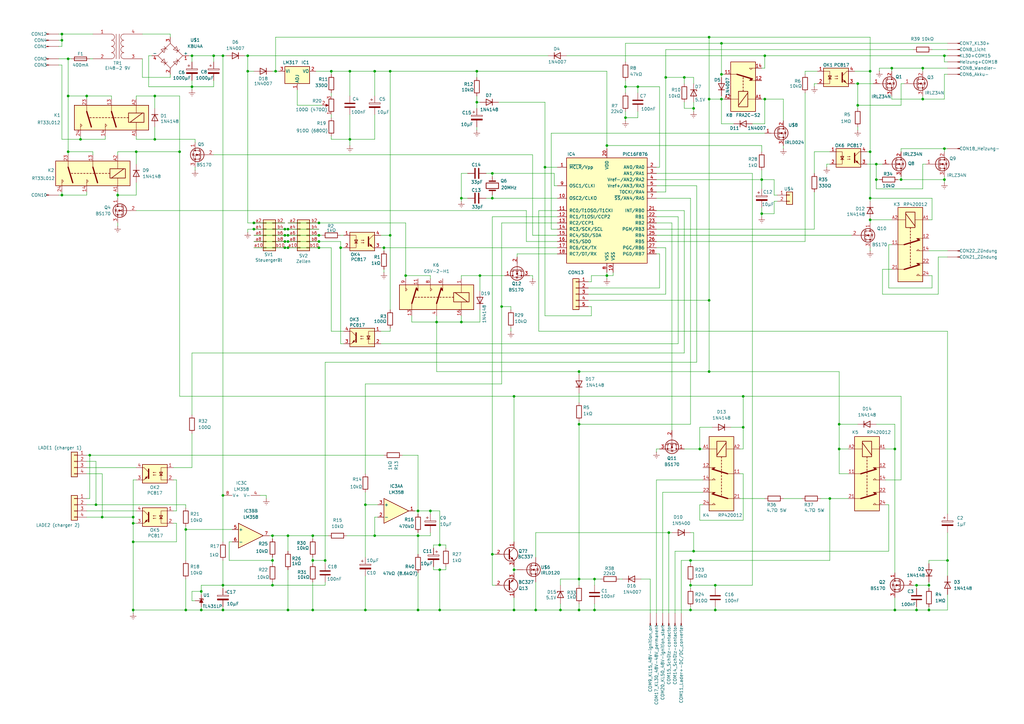
<source format=kicad_sch>
(kicad_sch (version 20250114) (generator "eeschema") (generator_version "9.0")
  (paper "A3")
  (title_block (title "GfE CityEL BMS with 40A charging") (date "2025-03-07") (company "Filip Zyzniewski"))
  (junction (at 256.54 48.26))
  (junction (at 280.67 31.75))
  (junction (at 344.17 184.15))
  (junction (at 180.34 233.68))
  (junction (at 229.87 250.19))
  (junction (at 91.44 203.2))
  (junction (at 160.02 96.52))
  (junction (at 351.79 43.18))
  (junction (at 179.07 132.08))
  (junction (at 25.4 80.01))
  (junction (at 171.45 219.71))
  (junction (at 116.84 101.6))
  (junction (at 284.48 44.45))
  (junction (at 219.71 250.19))
  (junction (at 295.91 17.78))
  (junction (at 367.03 184.15))
  (junction (at 78.74 35.56))
  (junction (at 87.63 22.86))
  (junction (at 27.94 24.13))
  (junction (at 128.27 229.87))
  (junction (at 287.02 184.15))
  (junction (at 54.61 250.19))
  (junction (at 130.81 101.6))
  (junction (at 104.14 91.44))
  (junction (at 375.92 250.19))
  (junction (at 274.32 218.44))
  (junction (at 153.67 29.21))
  (junction (at 375.92 240.03))
  (junction (at 381 250.19))
  (junction (at 101.6 29.21))
  (junction (at 387.35 73.66))
  (junction (at 210.82 250.19))
  (junction (at 210.82 233.68))
  (junction (at 381 240.03))
  (junction (at 284.48 226.06))
  (junction (at 116.84 93.98))
  (junction (at 139.7 101.6))
  (junction (at 195.58 29.21))
  (junction (at 39.37 207.01))
  (junction (at 149.86 250.19))
  (junction (at 388.62 229.87))
  (junction (at 35.56 39.37))
  (junction (at 223.52 68.58))
  (junction (at 365.76 27.94))
  (junction (at 295.91 30.48))
  (junction (at 290.83 152.4))
  (junction (at 54.61 212.09))
  (junction (at 189.23 132.08))
  (junction (at 237.49 250.19))
  (junction (at 118.11 250.19))
  (junction (at 153.67 219.71))
  (junction (at 25.4 16.51))
  (junction (at 118.11 101.6))
  (junction (at 143.51 29.21))
  (junction (at 82.55 250.19))
  (junction (at 166.37 113.03))
  (junction (at 237.49 237.49))
  (junction (at 171.45 209.55))
  (junction (at 201.93 71.12))
  (junction (at 130.81 91.44))
  (junction (at 283.21 240.03))
  (junction (at 290.83 123.19))
  (junction (at 36.83 186.69))
  (junction (at 356.87 62.23))
  (junction (at 130.81 99.06))
  (junction (at 248.92 113.03))
  (junction (at 356.87 81.28))
  (junction (at 113.03 29.21))
  (junction (at 118.11 93.98))
  (junction (at 283.21 229.87))
  (junction (at 128.27 219.71))
  (junction (at 104.14 93.98))
  (junction (at 237.49 152.4))
  (junction (at 248.92 59.69))
  (junction (at 312.42 73.66))
  (junction (at 91.44 250.19))
  (junction (at 55.88 62.23))
  (junction (at 243.84 237.49))
  (junction (at 312.42 87.63))
  (junction (at 304.8 175.26))
  (junction (at 340.36 204.47))
  (junction (at 54.61 214.63))
  (junction (at 149.86 207.01))
  (junction (at 378.46 27.94))
  (junction (at 387.35 22.86))
  (junction (at 201.93 81.28))
  (junction (at 143.51 57.15))
  (junction (at 116.84 99.06))
  (junction (at 201.93 227.33))
  (junction (at 130.81 96.52))
  (junction (at 48.26 80.01))
  (junction (at 157.48 101.6))
  (junction (at 101.6 22.86))
  (junction (at 369.57 73.66))
  (junction (at 304.8 162.56))
  (junction (at 76.2 250.19))
  (junction (at 313.69 22.86))
  (junction (at 73.66 62.23))
  (junction (at 33.02 57.15))
  (junction (at 351.79 34.29))
  (junction (at 195.58 41.91))
  (junction (at 313.69 40.64))
  (junction (at 133.35 229.87))
  (junction (at 378.46 40.64))
  (junction (at 25.4 13.97))
  (junction (at 196.85 113.03))
  (junction (at 27.94 62.23))
  (junction (at 118.11 219.71))
  (junction (at 135.89 29.21))
  (junction (at 128.27 250.19))
  (junction (at 111.76 229.87))
  (junction (at 290.83 40.64))
  (junction (at 283.21 250.19))
  (junction (at 189.23 81.28))
  (junction (at 290.83 15.24))
  (junction (at 176.53 209.55))
  (junction (at 27.94 39.37))
  (junction (at 78.74 22.86))
  (junction (at 256.54 35.56))
  (junction (at 367.03 250.19))
  (junction (at 210.82 162.56))
  (junction (at 237.49 173.99))
  (junction (at 273.05 31.75))
  (junction (at 356.87 29.21))
  (junction (at 54.61 222.25))
  (junction (at 82.55 242.57))
  (junction (at 261.62 35.56))
  (junction (at 41.91 212.09))
  (junction (at 180.34 250.19))
  (junction (at 118.11 96.52))
  (junction (at 359.41 67.31))
  (junction (at 63.5 39.37))
  (junction (at 293.37 240.03))
  (junction (at 359.41 73.66))
  (junction (at 356.87 90.17))
  (junction (at 91.44 22.86))
  (junction (at 387.35 60.96))
  (junction (at 293.37 250.19))
  (junction (at 116.84 96.52))
  (junction (at 76.2 217.17))
  (junction (at 63.5 57.15))
  (junction (at 118.11 99.06))
  (junction (at 91.44 240.03))
  (junction (at 171.45 250.19))
  (junction (at 111.76 240.03))
  (junction (at 180.34 223.52))
  (junction (at 243.84 250.19))
  (junction (at 205.74 125.73))
  (junction (at 111.76 219.71))
  (junction (at 295.91 40.64))
  (junction (at 344.17 173.99))
  (junction (at 160.02 29.21))
  (wire (pts (xy 369.57 34.29) (xy 370.84 34.29)))
  (wire (pts (xy 177.8 233.68) (xy 180.34 233.68)))
  (wire (pts (xy 256.54 35.56) (xy 261.62 35.56)))
  (wire (pts (xy 143.51 29.21) (xy 143.51 39.37)))
  (wire (pts (xy 295.91 17.78) (xy 295.91 30.48)))
  (wire (pts (xy 87.63 22.86) (xy 78.74 22.86)))
  (wire (pts (xy 133.35 238.76) (xy 133.35 240.03)))
  (wire (pts (xy 101.6 22.86) (xy 224.79 22.86)))
  (wire (pts (xy 356.87 90.17) (xy 356.87 91.44)))
  (wire (pts (xy 135.89 38.1) (xy 135.89 39.37)))
  (wire (pts (xy 76.2 250.19) (xy 82.55 250.19)))
  (wire (pts (xy 160.02 29.21) (xy 195.58 29.21)))
  (wire (pts (xy 80.01 57.15) (xy 63.5 57.15)))
  (wire (pts (xy 48.26 78.74) (xy 48.26 80.01)))
  (wire (pts (xy 387.35 22.86) (xy 387.35 25.4)))
  (wire (pts (xy 356.87 15.24) (xy 356.87 29.21)))
  (wire (pts (xy 77.47 22.86) (xy 78.74 22.86)))
  (wire (pts (xy 35.56 186.69) (xy 36.83 186.69)))
  (wire (pts (xy 130.81 101.6) (xy 135.89 101.6)))
  (wire (pts (xy 280.67 44.45) (xy 280.67 41.91)))
  (wire (pts (xy 275.59 91.44) (xy 275.59 176.53)))
  (wire (pts (xy 321.31 60.96) (xy 321.31 59.69)))
  (wire (pts (xy 273.05 31.75) (xy 273.05 78.74)))
  (wire (pts (xy 388.62 218.44) (xy 388.62 229.87)))
  (wire (pts (xy 318.77 82.55) (xy 317.5 82.55)))
  (wire (pts (xy 176.53 209.55) (xy 176.53 210.82)))
  (wire (pts (xy 153.67 212.09) (xy 154.94 212.09)))
  (wire (pts (xy 381 229.87) (xy 381 231.14)))
  (wire (pts (xy 149.86 157.48) (xy 205.74 157.48)))
  (wire (pts (xy 43.18 55.88) (xy 43.18 57.15)))
  (wire (pts (xy 113.03 29.21) (xy 113.03 15.24)))
  (wire (pts (xy 78.74 144.78) (xy 78.74 170.18)))
  (wire (pts (xy 82.55 250.19) (xy 91.44 250.19)))
  (wire (pts (xy 176.53 218.44) (xy 176.53 219.71)))
  (wire (pts (xy 379.73 67.31) (xy 378.46 67.31)))
  (wire (pts (xy 203.2 227.33) (xy 201.93 227.33)))
  (wire (pts (xy 135.89 135.89) (xy 140.97 135.89)))
  (wire (pts (xy 290.83 15.24) (xy 290.83 40.64)))
  (wire (pts (xy 283.21 238.76) (xy 283.21 240.03)))
  (wire (pts (xy 356.87 101.6) (xy 356.87 102.87)))
  (wire (pts (xy 284.48 31.75) (xy 284.48 34.29)))
  (wire (pts (xy 118.11 101.6) (xy 130.81 101.6)))
  (wire (pts (xy 220.98 86.36) (xy 220.98 135.89)))
  (wire (pts (xy 38.1 63.5) (xy 38.1 62.23)))
  (wire (pts (xy 283.21 81.28) (xy 283.21 173.99)))
  (wire (pts (xy 149.86 250.19) (xy 171.45 250.19)))
  (wire (pts (xy 284.48 226.06) (xy 364.49 226.06)))
  (wire (pts (xy 356.87 81.28) (xy 356.87 82.55)))
  (wire (pts (xy 330.2 30.48) (xy 330.2 29.21)))
  (wire (pts (xy 135.89 46.99) (xy 135.89 48.26)))
  (wire (pts (xy 269.24 196.85) (xy 288.29 196.85)))
  (wire (pts (xy 287.02 184.15) (xy 288.29 184.15)))
  (wire (pts (xy 153.67 29.21) (xy 160.02 29.21)))
  (wire (pts (xy 36.83 204.47) (xy 35.56 204.47)))
  (wire (pts (xy 91.44 22.86) (xy 91.44 203.2)))
  (wire (pts (xy 71.12 191.77) (xy 78.74 191.77)))
  (wire (pts (xy 210.82 232.41) (xy 210.82 233.68)))
  (wire (pts (xy 41.91 212.09) (xy 54.61 212.09)))
  (wire (pts (xy 304.8 175.26) (xy 304.8 184.15)))
  (wire (pts (xy 55.88 40.64) (xy 55.88 39.37)))
  (wire (pts (xy 387.35 62.23) (xy 387.35 60.96)))
  (wire (pts (xy 80.01 246.38) (xy 78.74 246.38)))
  (wire (pts (xy 339.09 68.58) (xy 339.09 67.31)))
  (wire (pts (xy 78.74 35.56) (xy 87.63 35.56)))
  (wire (pts (xy 205.74 91.44) (xy 205.74 125.73)))
  (wire (pts (xy 210.82 162.56) (xy 210.82 222.25)))
  (wire (pts (xy 369.57 72.39) (xy 369.57 73.66)))
  (wire (pts (xy 382.27 90.17) (xy 381 90.17)))
  (wire (pts (xy 280.67 31.75) (xy 280.67 34.29)))
  (wire (pts (xy 157.48 102.87) (xy 157.48 101.6)))
  (wire (pts (xy 304.8 194.31) (xy 304.8 213.36)))
  (wire (pts (xy 78.74 35.56) (xy 78.74 36.83)))
  (wire (pts (xy 71.12 214.63) (xy 72.39 214.63)))
  (wire (pts (xy 273.05 20.32) (xy 374.65 20.32)))
  (wire (pts (xy 104.14 99.06) (xy 116.84 99.06)))
  (wire (pts (xy 313.69 40.64) (xy 321.31 40.64)))
  (wire (pts (xy 295.91 40.64) (xy 295.91 50.8)))
  (wire (pts (xy 229.87 250.19) (xy 237.49 250.19)))
  (wire (pts (xy 54.61 214.63) (xy 55.88 214.63)))
  (wire (pts (xy 256.54 48.26) (xy 256.54 49.53)))
  (wire (pts (xy 87.63 33.02) (xy 87.63 35.56)))
  (wire (pts (xy 45.72 40.64) (xy 45.72 39.37)))
  (wire (pts (xy 355.6 67.31) (xy 359.41 67.31)))
  (wire (pts (xy 201.93 80.01) (xy 201.93 81.28)))
  (wire (pts (xy 279.4 251.46) (xy 279.4 229.87)))
  (wire (pts (xy 121.92 36.83) (xy 121.92 43.18)))
  (wire (pts (xy 33.02 55.88) (xy 33.02 57.15)))
  (wire (pts (xy 118.11 99.06) (xy 130.81 99.06)))
  (wire (pts (xy 223.52 68.58) (xy 223.52 129.54)))
  (wire (pts (xy 189.23 113.03) (xy 189.23 114.3)))
  (wire (pts (xy 270.51 35.56) (xy 270.51 68.58)))
  (wire (pts (xy 180.34 223.52) (xy 182.88 223.52)))
  (wire (pts (xy 269.24 196.85) (xy 269.24 251.46)))
  (wire (pts (xy 76.2 217.17) (xy 76.2 229.87)))
  (wire (pts (xy 210.82 233.68) (xy 212.09 233.68)))
  (wire (pts (xy 91.44 222.25) (xy 91.44 203.2)))
  (wire (pts (xy 91.44 250.19) (xy 118.11 250.19)))
  (wire (pts (xy 369.57 60.96) (xy 369.57 62.23)))
  (wire (pts (xy 55.88 62.23) (xy 73.66 62.23)))
  (wire (pts (xy 171.45 234.95) (xy 171.45 250.19)))
  (wire (pts (xy 41.91 194.31) (xy 41.91 212.09)))
  (wire (pts (xy 139.7 96.52) (xy 140.97 96.52)))
  (wire (pts (xy 384.81 105.41) (xy 384.81 120.65)))
  (wire (pts (xy 367.03 250.19) (xy 375.92 250.19)))
  (wire (pts (xy 297.18 30.48) (xy 295.91 30.48)))
  (wire (pts (xy 180.34 250.19) (xy 210.82 250.19)))
  (wire (pts (xy 334.01 35.56) (xy 334.01 34.29)))
  (wire (pts (xy 367.03 173.99) (xy 359.41 173.99)))
  (wire (pts (xy 330.2 29.21) (xy 335.28 29.21)))
  (wire (pts (xy 118.11 219.71) (xy 128.27 219.71)))
  (wire (pts (xy 334.01 78.74) (xy 334.01 93.98)))
  (wire (pts (xy 261.62 48.26) (xy 261.62 45.72)))
  (wire (pts (xy 356.87 62.23) (xy 356.87 81.28)))
  (wire (pts (xy 290.83 40.64) (xy 295.91 40.64)))
  (wire (pts (xy 54.61 250.19) (xy 76.2 250.19)))
  (wire (pts (xy 210.82 250.19) (xy 219.71 250.19)))
  (wire (pts (xy 160.02 96.52) (xy 160.02 127)))
  (wire (pts (xy 368.3 73.66) (xy 369.57 73.66)))
  (wire (pts (xy 237.49 152.4) (xy 290.83 152.4)))
  (wire (pts (xy 243.84 250.19) (xy 283.21 250.19)))
  (wire (pts (xy 274.32 218.44) (xy 275.59 218.44)))
  (wire (pts (xy 76.2 207.01) (xy 76.2 208.28)))
  (wire (pts (xy 243.84 247.65) (xy 243.84 250.19)))
  (wire (pts (xy 384.81 120.65) (xy 361.95 120.65)))
  (wire (pts (xy 269.24 184.15) (xy 269.24 185.42)))
  (wire (pts (xy 25.4 19.05) (xy 24.13 19.05)))
  (wire (pts (xy 87.63 22.86) (xy 87.63 25.4)))
  (wire (pts (xy 101.6 29.21) (xy 101.6 91.44)))
  (wire (pts (xy 283.21 173.99) (xy 237.49 173.99)))
  (wire (pts (xy 381 240.03) (xy 381 241.3)))
  (wire (pts (xy 60.96 35.56) (xy 78.74 35.56)))
  (wire (pts (xy 36.83 186.69) (xy 36.83 204.47)))
  (wire (pts (xy 182.88 233.68) (xy 182.88 232.41)))
  (wire (pts (xy 270.51 118.11) (xy 270.51 104.14)))
  (wire (pts (xy 290.83 123.19) (xy 290.83 152.4)))
  (wire (pts (xy 365.76 27.94) (xy 365.76 29.21)))
  (wire (pts (xy 223.52 41.91) (xy 204.47 41.91)))
  (wire (pts (xy 129.54 29.21) (xy 135.89 29.21)))
  (wire (pts (xy 232.41 22.86) (xy 313.69 22.86)))
  (wire (pts (xy 196.85 132.08) (xy 196.85 127)))
  (wire (pts (xy 229.87 237.49) (xy 237.49 237.49)))
  (wire (pts (xy 101.6 22.86) (xy 101.6 29.21)))
  (wire (pts (xy 69.85 31.75) (xy 69.85 30.48)))
  (wire (pts (xy 128.27 250.19) (xy 149.86 250.19)))
  (wire (pts (xy 27.94 24.13) (xy 27.94 39.37)))
  (wire (pts (xy 130.81 99.06) (xy 139.7 99.06)))
  (wire (pts (xy 283.21 240.03) (xy 293.37 240.03)))
  (wire (pts (xy 218.44 113.03) (xy 218.44 114.3)))
  (wire (pts (xy 116.84 93.98) (xy 118.11 93.98)))
  (wire (pts (xy 27.94 62.23) (xy 27.94 63.5)))
  (wire (pts (xy 351.79 173.99) (xy 344.17 173.99)))
  (wire (pts (xy 293.37 250.19) (xy 367.03 250.19)))
  (wire (pts (xy 166.37 113.03) (xy 176.53 113.03)))
  (wire (pts (xy 171.45 186.69) (xy 171.45 209.55)))
  (wire (pts (xy 330.2 99.06) (xy 330.2 38.1)))
  (wire (pts (xy 60.96 22.86) (xy 60.96 35.56)))
  (wire (pts (xy 139.7 101.6) (xy 139.7 99.06)))
  (wire (pts (xy 91.44 248.92) (xy 91.44 250.19)))
  (wire (pts (xy 280.67 31.75) (xy 284.48 31.75)))
  (wire (pts (xy 381 250.19) (xy 388.62 250.19)))
  (wire (pts (xy 149.86 201.93) (xy 149.86 207.01)))
  (wire (pts (xy 375.92 240.03) (xy 375.92 241.3)))
  (wire (pts (xy 237.49 240.03) (xy 237.49 237.49)))
  (wire (pts (xy 82.55 248.92) (xy 82.55 250.19)))
  (wire (pts (xy 180.34 250.19) (xy 171.45 250.19)))
  (wire (pts (xy 177.8 223.52) (xy 177.8 224.79)))
  (wire (pts (xy 382.27 20.32) (xy 388.62 20.32)))
  (wire (pts (xy 179.07 132.08) (xy 189.23 132.08)))
  (wire (pts (xy 180.34 233.68) (xy 180.34 250.19)))
  (wire (pts (xy 76.2 215.9) (xy 76.2 217.17)))
  (wire (pts (xy 269.24 86.36) (xy 280.67 86.36)))
  (wire (pts (xy 287.02 213.36) (xy 287.02 207.01)))
  (wire (pts (xy 25.4 80.01) (xy 35.56 80.01)))
  (wire (pts (xy 63.5 39.37) (xy 73.66 39.37)))
  (wire (pts (xy 195.58 39.37) (xy 195.58 41.91)))
  (wire (pts (xy 303.53 204.47) (xy 313.69 204.47)))
  (wire (pts (xy 201.93 71.12) (xy 227.33 71.12)))
  (wire (pts (xy 228.6 86.36) (xy 220.98 86.36)))
  (wire (pts (xy 130.81 96.52) (xy 132.08 96.52)))
  (wire (pts (xy 274.32 218.44) (xy 274.32 251.46)))
  (wire (pts (xy 35.56 189.23) (xy 39.37 189.23)))
  (wire (pts (xy 189.23 132.08) (xy 196.85 132.08)))
  (wire (pts (xy 295.91 50.8) (xy 300.99 50.8)))
  (wire (pts (xy 176.53 113.03) (xy 176.53 114.3)))
  (wire (pts (xy 292.1 175.26) (xy 287.02 175.26)))
  (wire (pts (xy 295.91 39.37) (xy 295.91 40.64)))
  (wire (pts (xy 93.98 222.25) (xy 93.98 229.87)))
  (wire (pts (xy 166.37 113.03) (xy 166.37 114.3)))
  (wire (pts (xy 54.61 212.09) (xy 54.61 196.85)))
  (wire (pts (xy 339.09 67.31) (xy 340.36 67.31)))
  (wire (pts (xy 387.35 60.96) (xy 388.62 60.96)))
  (wire (pts (xy 80.01 68.58) (xy 80.01 69.85)))
  (wire (pts (xy 209.55 134.62) (xy 209.55 135.89)))
  (wire (pts (xy 171.45 209.55) (xy 176.53 209.55)))
  (wire (pts (xy 255.27 237.49) (xy 254 237.49)))
  (wire (pts (xy 133.35 240.03) (xy 111.76 240.03)))
  (wire (pts (xy 118.11 91.44) (xy 130.81 91.44)))
  (wire (pts (xy 388.62 243.84) (xy 388.62 250.19)))
  (wire (pts (xy 351.79 43.18) (xy 369.57 43.18)))
  (wire (pts (xy 218.44 96.52) (xy 218.44 63.5)))
  (wire (pts (xy 140.97 140.97) (xy 139.7 140.97)))
  (wire (pts (xy 290.83 40.64) (xy 290.83 123.19)))
  (wire (pts (xy 55.88 86.36) (xy 215.9 86.36)))
  (wire (pts (xy 256.54 35.56) (xy 256.54 38.1)))
  (wire (pts (xy 91.44 240.03) (xy 111.76 240.03)))
  (wire (pts (xy 199.39 81.28) (xy 201.93 81.28)))
  (wire (pts (xy 177.8 232.41) (xy 177.8 233.68)))
  (wire (pts (xy 378.46 29.21) (xy 378.46 27.94)))
  (wire (pts (xy 387.35 30.48) (xy 388.62 30.48)))
  (wire (pts (xy 364.49 207.01) (xy 364.49 226.06)))
  (wire (pts (xy 69.85 31.75) (xy 58.42 31.75)))
  (wire (pts (xy 278.13 88.9) (xy 278.13 140.97)))
  (wire (pts (xy 369.57 34.29) (xy 369.57 43.18)))
  (wire (pts (xy 284.48 218.44) (xy 284.48 226.06)))
  (wire (pts (xy 48.26 80.01) (xy 55.88 80.01)))
  (wire (pts (xy 227.33 71.12) (xy 227.33 76.2)))
  (wire (pts (xy 382.27 81.28) (xy 382.27 90.17)))
  (wire (pts (xy 82.55 242.57) (xy 82.55 243.84)))
  (wire (pts (xy 364.49 118.11) (xy 364.49 100.33)))
  (wire (pts (xy 76.2 237.49) (xy 76.2 250.19)))
  (wire (pts (xy 128.27 229.87) (xy 128.27 231.14)))
  (wire (pts (xy 241.3 120.65) (xy 273.05 120.65)))
  (wire (pts (xy 256.54 17.78) (xy 295.91 17.78)))
  (wire (pts (xy 196.85 113.03) (xy 207.01 113.03)))
  (wire (pts (xy 36.83 24.13) (xy 38.1 24.13)))
  (wire (pts (xy 91.44 240.03) (xy 91.44 241.3)))
  (wire (pts (xy 82.55 240.03) (xy 82.55 242.57)))
  (wire (pts (xy 201.93 240.03) (xy 203.2 240.03)))
  (wire (pts (xy 55.88 57.15) (xy 63.5 57.15)))
  (wire (pts (xy 189.23 113.03) (xy 196.85 113.03)))
  (wire (pts (xy 54.61 222.25) (xy 54.61 250.19)))
  (wire (pts (xy 27.94 24.13) (xy 29.21 24.13)))
  (wire (pts (xy 273.05 120.65) (xy 273.05 101.6)))
  (wire (pts (xy 256.54 25.4) (xy 256.54 17.78)))
  (wire (pts (xy 27.94 39.37) (xy 35.56 39.37)))
  (wire (pts (xy 344.17 173.99) (xy 344.17 184.15)))
  (wire (pts (xy 321.31 40.64) (xy 321.31 49.53)))
  (wire (pts (xy 369.57 196.85) (xy 369.57 162.56)))
  (wire (pts (xy 223.52 129.54) (xy 242.57 129.54)))
  (wire (pts (xy 228.6 68.58) (xy 223.52 68.58)))
  (wire (pts (xy 39.37 207.01) (xy 35.56 207.01)))
  (wire (pts (xy 76.2 217.17) (xy 95.25 217.17)))
  (wire (pts (xy 93.98 229.87) (xy 111.76 229.87)))
  (wire (pts (xy 369.57 73.66) (xy 387.35 73.66)))
  (wire (pts (xy 180.34 223.52) (xy 180.34 209.55)))
  (wire (pts (xy 143.51 57.15) (xy 143.51 59.69)))
  (wire (pts (xy 351.79 52.07) (xy 351.79 53.34)))
  (wire (pts (xy 25.4 78.74) (xy 25.4 80.01)))
  (wire (pts (xy 388.62 229.87) (xy 388.62 236.22)))
  (wire (pts (xy 156.21 96.52) (xy 160.02 96.52)))
  (wire (pts (xy 350.52 34.29) (xy 351.79 34.29)))
  (wire (pts (xy 256.54 48.26) (xy 261.62 48.26)))
  (wire (pts (xy 157.48 101.6) (xy 228.6 101.6)))
  (wire (pts (xy 223.52 41.91) (xy 223.52 68.58)))
  (wire (pts (xy 375.92 240.03) (xy 381 240.03)))
  (wire (pts (xy 280.67 184.15) (xy 287.02 184.15)))
  (wire (pts (xy 237.49 152.4) (xy 237.49 153.67)))
  (wire (pts (xy 201.93 88.9) (xy 228.6 88.9)))
  (wire (pts (xy 165.1 186.69) (xy 171.45 186.69)))
  (wire (pts (xy 308.61 71.12) (xy 308.61 240.03)))
  (wire (pts (xy 218.44 113.03) (xy 217.17 113.03)))
  (wire (pts (xy 176.53 209.55) (xy 180.34 209.55)))
  (wire (pts (xy 269.24 88.9) (xy 278.13 88.9)))
  (wire (pts (xy 91.44 22.86) (xy 92.71 22.86)))
  (wire (pts (xy 269.24 73.66) (xy 312.42 73.66)))
  (wire (pts (xy 364.49 100.33) (xy 365.76 100.33)))
  (wire (pts (xy 340.36 204.47) (xy 347.98 204.47)))
  (wire (pts (xy 367.03 184.15) (xy 367.03 234.95)))
  (wire (pts (xy 205.74 91.44) (xy 228.6 91.44)))
  (wire (pts (xy 313.69 27.94) (xy 313.69 22.86)))
  (wire (pts (xy 382.27 118.11) (xy 364.49 118.11)))
  (wire (pts (xy 182.88 223.52) (xy 182.88 224.79)))
  (wire (pts (xy 303.53 184.15) (xy 304.8 184.15)))
  (wire (pts (xy 24.13 16.51) (xy 25.4 16.51)))
  (wire (pts (xy 210.82 245.11) (xy 210.82 250.19)))
  (wire (pts (xy 118.11 96.52) (xy 130.81 96.52)))
  (wire (pts (xy 361.95 120.65) (xy 361.95 110.49)))
  (wire (pts (xy 171.45 209.55) (xy 170.18 209.55)))
  (wire (pts (xy 179.07 132.08) (xy 168.91 132.08)))
  (wire (pts (xy 205.74 125.73) (xy 205.74 157.48)))
  (wire (pts (xy 248.92 113.03) (xy 248.92 114.3)))
  (wire (pts (xy 35.56 39.37) (xy 45.72 39.37)))
  (wire (pts (xy 104.14 101.6) (xy 116.84 101.6)))
  (wire (pts (xy 334.01 71.12) (xy 334.01 62.23)))
  (wire (pts (xy 273.05 20.32) (xy 273.05 31.75)))
  (wire (pts (xy 135.89 57.15) (xy 135.89 55.88)))
  (wire (pts (xy 111.76 219.71) (xy 111.76 220.98)))
  (wire (pts (xy 195.58 29.21) (xy 195.58 31.75)))
  (wire (pts (xy 78.74 242.57) (xy 82.55 242.57)))
  (wire (pts (xy 171.45 209.55) (xy 171.45 210.82)))
  (wire (pts (xy 48.26 62.23) (xy 48.26 63.5)))
  (wire (pts (xy 149.86 228.6) (xy 149.86 207.01)))
  (wire (pts (xy 63.5 39.37) (xy 63.5 44.45)))
  (wire (pts (xy 297.18 40.64) (xy 295.91 40.64)))
  (wire (pts (xy 344.17 194.31) (xy 344.17 184.15)))
  (wire (pts (xy 313.69 22.86) (xy 387.35 22.86)))
  (wire (pts (xy 367.03 173.99) (xy 367.03 184.15)))
  (wire (pts (xy 177.8 223.52) (xy 180.34 223.52)))
  (wire (pts (xy 271.78 201.93) (xy 271.78 251.46)))
  (wire (pts (xy 153.67 219.71) (xy 171.45 219.71)))
  (wire (pts (xy 121.92 43.18) (xy 132.08 43.18)))
  (wire (pts (xy 48.26 62.23) (xy 55.88 62.23)))
  (wire (pts (xy 212.09 105.41) (xy 212.09 104.14)))
  (wire (pts (xy 248.92 111.76) (xy 248.92 113.03)))
  (wire (pts (xy 189.23 71.12) (xy 189.23 81.28)))
  (wire (pts (xy 312.42 73.66) (xy 317.5 73.66)))
  (wire (pts (xy 73.66 162.56) (xy 210.82 162.56)))
  (wire (pts (xy 128.27 219.71) (xy 128.27 220.98)))
  (wire (pts (xy 387.35 73.66) (xy 387.35 72.39)))
  (wire (pts (xy 35.56 80.01) (xy 35.56 78.74)))
  (wire (pts (xy 387.35 60.96) (xy 369.57 60.96)))
  (wire (pts (xy 295.91 17.78) (xy 388.62 17.78)))
  (wire (pts (xy 39.37 189.23) (xy 39.37 207.01)))
  (wire (pts (xy 135.89 30.48) (xy 135.89 29.21)))
  (wire (pts (xy 205.74 125.73) (xy 209.55 125.73)))
  (wire (pts (xy 25.4 13.97) (xy 24.13 13.97)))
  (wire (pts (xy 48.26 80.01) (xy 48.26 81.28)))
  (wire (pts (xy 227.33 76.2) (xy 228.6 76.2)))
  (wire (pts (xy 58.42 13.97) (xy 69.85 13.97)))
  (wire (pts (xy 384.81 105.41) (xy 388.62 105.41)))
  (wire (pts (xy 387.35 25.4) (xy 388.62 25.4)))
  (wire (pts (xy 25.4 26.67) (xy 24.13 26.67)))
  (wire (pts (xy 248.92 59.69) (xy 248.92 60.96)))
  (wire (pts (xy 116.84 101.6) (xy 118.11 101.6)))
  (wire (pts (xy 283.21 248.92) (xy 283.21 250.19)))
  (wire (pts (xy 91.44 240.03) (xy 91.44 229.87)))
  (wire (pts (xy 33.02 57.15) (xy 43.18 57.15)))
  (wire (pts (xy 101.6 91.44) (xy 104.14 91.44)))
  (wire (pts (xy 243.84 237.49) (xy 243.84 240.03)))
  (wire (pts (xy 312.42 87.63) (xy 317.5 87.63)))
  (wire (pts (xy 35.56 191.77) (xy 55.88 191.77)))
  (wire (pts (xy 237.49 173.99) (xy 237.49 237.49)))
  (wire (pts (xy 350.52 29.21) (xy 356.87 29.21)))
  (wire (pts (xy 387.35 73.66) (xy 387.35 74.93)))
  (wire (pts (xy 133.35 229.87) (xy 133.35 148.59)))
  (wire (pts (xy 128.27 238.76) (xy 128.27 250.19)))
  (wire (pts (xy 168.91 129.54) (xy 168.91 132.08)))
  (wire (pts (xy 242.57 115.57) (xy 242.57 113.03)))
  (wire (pts (xy 54.61 250.19) (xy 54.61 251.46)))
  (wire (pts (xy 237.49 161.29) (xy 237.49 165.1)))
  (wire (pts (xy 93.98 222.25) (xy 95.25 222.25)))
  (wire (pts (xy 361.95 110.49) (xy 365.76 110.49)))
  (wire (pts (xy 269.24 91.44) (xy 275.59 91.44)))
  (wire (pts (xy 210.82 233.68) (xy 210.82 234.95)))
  (wire (pts (xy 378.46 77.47) (xy 359.41 77.47)))
  (wire (pts (xy 256.54 45.72) (xy 256.54 48.26)))
  (wire (pts (xy 25.4 13.97) (xy 25.4 16.51)))
  (wire (pts (xy 156.21 101.6) (xy 157.48 101.6)))
  (wire (pts (xy 195.58 52.07) (xy 195.58 53.34)))
  (wire (pts (xy 128.27 228.6) (xy 128.27 229.87)))
  (wire (pts (xy 25.4 16.51) (xy 25.4 19.05)))
  (wire (pts (xy 237.49 247.65) (xy 237.49 250.19)))
  (wire (pts (xy 201.93 81.28) (xy 228.6 81.28)))
  (wire (pts (xy 237.49 237.49) (xy 243.84 237.49)))
  (wire (pts (xy 356.87 29.21) (xy 356.87 62.23)))
  (wire (pts (xy 113.03 15.24) (xy 290.83 15.24)))
  (wire (pts (xy 273.05 101.6) (xy 269.24 101.6)))
  (wire (pts (xy 25.4 26.67) (xy 25.4 57.15)))
  (wire (pts (xy 304.8 175.26) (xy 304.8 162.56)))
  (wire (pts (xy 351.79 34.29) (xy 358.14 34.29)))
  (wire (pts (xy 219.71 250.19) (xy 229.87 250.19)))
  (wire (pts (xy 363.22 184.15) (xy 367.03 184.15)))
  (wire (pts (xy 106.68 203.2) (xy 109.22 203.2)))
  (wire (pts (xy 116.84 91.44) (xy 104.14 91.44)))
  (wire (pts (xy 212.09 104.14) (xy 228.6 104.14)))
  (wire (pts (xy 381 248.92) (xy 381 250.19)))
  (wire (pts (xy 283.21 229.87) (xy 283.21 231.14)))
  (wire (pts (xy 153.67 219.71) (xy 153.67 212.09)))
  (wire (pts (xy 142.24 219.71) (xy 153.67 219.71)))
  (wire (pts (xy 295.91 30.48) (xy 295.91 31.75)))
  (wire (pts (xy 109.22 203.2) (xy 109.22 204.47)))
  (wire (pts (xy 285.75 148.59) (xy 285.75 76.2)))
  (wire (pts (xy 365.76 27.94) (xy 360.68 27.94)))
  (wire (pts (xy 35.56 209.55) (xy 55.88 209.55)))
  (wire (pts (xy 110.49 219.71) (xy 111.76 219.71)))
  (wire (pts (xy 382.27 113.03) (xy 382.27 118.11)))
  (wire (pts (xy 347.98 194.31) (xy 344.17 194.31)))
  (wire (pts (xy 220.98 135.89) (xy 388.62 135.89)))
  (wire (pts (xy 251.46 111.76) (xy 251.46 113.03)))
  (wire (pts (xy 344.17 184.15) (xy 347.98 184.15)))
  (wire (pts (xy 269.24 93.98) (xy 334.01 93.98)))
  (wire (pts (xy 166.37 91.44) (xy 166.37 113.03)))
  (wire (pts (xy 179.07 129.54) (xy 179.07 132.08)))
  (wire (pts (xy 229.87 240.03) (xy 229.87 237.49)))
  (wire (pts (xy 135.89 135.89) (xy 135.89 101.6)))
  (wire (pts (xy 118.11 233.68) (xy 118.11 250.19)))
  (wire (pts (xy 100.33 22.86) (xy 101.6 22.86)))
  (wire (pts (xy 360.68 27.94) (xy 360.68 29.21)))
  (wire (pts (xy 359.41 73.66) (xy 359.41 77.47)))
  (wire (pts (xy 261.62 35.56) (xy 270.51 35.56)))
  (wire (pts (xy 312.42 69.85) (xy 312.42 73.66)))
  (wire (pts (xy 78.74 177.8) (xy 78.74 191.77)))
  (wire (pts (xy 116.84 99.06) (xy 118.11 99.06)))
  (wire (pts (xy 179.07 132.08) (xy 179.07 152.4)))
  (wire (pts (xy 270.51 104.14) (xy 269.24 104.14)))
  (wire (pts (xy 139.7 101.6) (xy 139.7 140.97)))
  (wire (pts (xy 378.46 67.31) (xy 378.46 77.47)))
  (wire (pts (xy 118.11 250.19) (xy 128.27 250.19)))
  (wire (pts (xy 128.27 229.87) (xy 133.35 229.87)))
  (wire (pts (xy 261.62 35.56) (xy 261.62 38.1)))
  (wire (pts (xy 72.39 209.55) (xy 71.12 209.55)))
  (wire (pts (xy 209.55 125.73) (xy 209.55 127)))
  (wire (pts (xy 351.79 34.29) (xy 351.79 43.18)))
  (wire (pts (xy 284.48 44.45) (xy 284.48 45.72)))
  (wire (pts (xy 248.92 29.21) (xy 248.92 59.69)))
  (wire (pts (xy 78.74 22.86) (xy 78.74 25.4)))
  (wire (pts (xy 293.37 248.92) (xy 293.37 250.19)))
  (wire (pts (xy 365.76 27.94) (xy 378.46 27.94)))
  (wire (pts (xy 242.57 125.73) (xy 242.57 129.54)))
  (wire (pts (xy 55.88 39.37) (xy 63.5 39.37)))
  (wire (pts (xy 130.81 91.44) (xy 166.37 91.44)))
  (wire (pts (xy 356.87 62.23) (xy 355.6 62.23)))
  (wire (pts (xy 114.3 29.21) (xy 113.03 29.21)))
  (wire (pts (xy 290.83 15.24) (xy 356.87 15.24)))
  (wire (pts (xy 139.7 101.6) (xy 140.97 101.6)))
  (wire (pts (xy 367.03 245.11) (xy 367.03 250.19)))
  (wire (pts (xy 284.48 218.44) (xy 283.21 218.44)))
  (wire (pts (xy 241.3 125.73) (xy 242.57 125.73)))
  (wire (pts (xy 72.39 222.25) (xy 54.61 222.25)))
  (wire (pts (xy 312.42 88.9) (xy 312.42 87.63)))
  (wire (pts (xy 276.86 226.06) (xy 284.48 226.06)))
  (wire (pts (xy 171.45 227.33) (xy 171.45 219.71)))
  (wire (pts (xy 156.21 140.97) (xy 278.13 140.97)))
  (wire (pts (xy 290.83 152.4) (xy 344.17 152.4)))
  (wire (pts (xy 72.39 214.63) (xy 72.39 222.25)))
  (wire (pts (xy 48.26 91.44) (xy 48.26 92.71)))
  (wire (pts (xy 35.56 194.31) (xy 41.91 194.31)))
  (wire (pts (xy 116.84 96.52) (xy 118.11 96.52)))
  (wire (pts (xy 293.37 240.03) (xy 308.61 240.03)))
  (wire (pts (xy 284.48 44.45) (xy 280.67 44.45)))
  (wire (pts (xy 269.24 81.28) (xy 283.21 81.28)))
  (wire (pts (xy 271.78 201.93) (xy 288.29 201.93)))
  (wire (pts (xy 160.02 96.52) (xy 160.02 29.21)))
  (wire (pts (xy 196.85 113.03) (xy 196.85 119.38)))
  (wire (pts (xy 256.54 35.56) (xy 256.54 33.02)))
  (wire (pts (xy 27.94 39.37) (xy 27.94 62.23)))
  (wire (pts (xy 58.42 31.75) (xy 58.42 24.13)))
  (wire (pts (xy 237.49 172.72) (xy 237.49 173.99)))
  (wire (pts (xy 104.14 96.52) (xy 116.84 96.52)))
  (wire (pts (xy 153.67 46.99) (xy 153.67 57.15)))
  (wire (pts (xy 24.13 80.01) (xy 25.4 80.01)))
  (wire (pts (xy 25.4 13.97) (xy 38.1 13.97)))
  (wire (pts (xy 312.42 59.69) (xy 312.42 62.23)))
  (wire (pts (xy 317.5 82.55) (xy 317.5 87.63)))
  (wire (pts (xy 82.55 240.03) (xy 91.44 240.03)))
  (wire (pts (xy 248.92 59.69) (xy 312.42 59.69)))
  (wire (pts (xy 378.46 40.64) (xy 378.46 39.37)))
  (wire (pts (xy 269.24 71.12) (xy 308.61 71.12)))
  (wire (pts (xy 334.01 34.29) (xy 335.28 34.29)))
  (wire (pts (xy 269.24 96.52) (xy 349.25 96.52)))
  (wire (pts (xy 241.3 118.11) (xy 270.51 118.11)))
  (wire (pts (xy 312.42 27.94) (xy 313.69 27.94)))
  (wire (pts (xy 201.93 227.33) (xy 201.93 240.03)))
  (wire (pts (xy 284.48 41.91) (xy 284.48 44.45)))
  (wire (pts (xy 219.71 218.44) (xy 274.32 218.44)))
  (wire (pts (xy 111.76 219.71) (xy 118.11 219.71)))
  (wire (pts (xy 340.36 204.47) (xy 340.36 229.87)))
  (wire (pts (xy 243.84 250.19) (xy 237.49 250.19)))
  (wire (pts (xy 215.9 99.06) (xy 215.9 86.36)))
  (wire (pts (xy 283.21 229.87) (xy 340.36 229.87)))
  (wire (pts (xy 276.86 226.06) (xy 276.86 251.46)))
  (wire (pts (xy 189.23 81.28) (xy 189.23 82.55)))
  (wire (pts (xy 242.57 113.03) (xy 248.92 113.03)))
  (wire (pts (xy 241.3 123.19) (xy 290.83 123.19)))
  (wire (pts (xy 359.41 67.31) (xy 359.41 73.66)))
  (wire (pts (xy 54.61 214.63) (xy 54.61 222.25)))
  (wire (pts (xy 78.74 246.38) (xy 78.74 242.57)))
  (wire (pts (xy 318.77 80.01) (xy 317.5 80.01)))
  (wire (pts (xy 356.87 81.28) (xy 382.27 81.28)))
  (wire (pts (xy 312.42 40.64) (xy 313.69 40.64)))
  (wire (pts (xy 101.6 93.98) (xy 101.6 95.25)))
  (wire (pts (xy 195.58 29.21) (xy 248.92 29.21)))
  (wire (pts (xy 104.14 93.98) (xy 101.6 93.98)))
  (wire (pts (xy 171.45 219.71) (xy 176.53 219.71)))
  (wire (pts (xy 359.41 67.31) (xy 361.95 67.31)))
  (wire (pts (xy 101.6 29.21) (xy 104.14 29.21)))
  (wire (pts (xy 153.67 29.21) (xy 153.67 39.37)))
  (wire (pts (xy 24.13 24.13) (xy 27.94 24.13)))
  (wire (pts (xy 201.93 88.9) (xy 201.93 227.33)))
  (wire (pts (xy 69.85 13.97) (xy 69.85 15.24)))
  (wire (pts (xy 55.88 80.01) (xy 55.88 74.93)))
  (wire (pts (xy 63.5 57.15) (xy 63.5 52.07)))
  (wire (pts (xy 41.91 212.09) (xy 35.56 212.09)))
  (wire (pts (xy 269.24 76.2) (xy 285.75 76.2)))
  (wire (pts (xy 270.51 68.58) (xy 269.24 68.58)))
  (wire (pts (xy 25.4 57.15) (xy 33.02 57.15)))
  (wire (pts (xy 381 238.76) (xy 381 240.03)))
  (wire (pts (xy 189.23 129.54) (xy 189.23 132.08)))
  (wire (pts (xy 60.96 22.86) (xy 62.23 22.86)))
  (wire (pts (xy 199.39 71.12) (xy 201.93 71.12)))
  (wire (pts (xy 293.37 241.3) (xy 293.37 240.03)))
  (wire (pts (xy 160.02 135.89) (xy 156.21 135.89)))
  (wire (pts (xy 143.51 29.21) (xy 153.67 29.21)))
  (wire (pts (xy 201.93 71.12) (xy 201.93 72.39)))
  (wire (pts (xy 55.88 55.88) (xy 55.88 57.15)))
  (wire (pts (xy 336.55 204.47) (xy 340.36 204.47)))
  (wire (pts (xy 210.82 162.56) (xy 304.8 162.56)))
  (wire (pts (xy 78.74 33.02) (xy 78.74 35.56)))
  (wire (pts (xy 143.51 46.99) (xy 143.51 57.15)))
  (wire (pts (xy 364.49 207.01) (xy 363.22 207.01)))
  (wire (pts (xy 160.02 135.89) (xy 160.02 134.62)))
  (wire (pts (xy 149.86 207.01) (xy 154.94 207.01)))
  (wire (pts (xy 317.5 73.66) (xy 317.5 80.01)))
  (wire (pts (xy 378.46 27.94) (xy 388.62 27.94)))
  (wire (pts (xy 195.58 41.91) (xy 196.85 41.91)))
  (wire (pts (xy 73.66 39.37) (xy 73.66 62.23)))
  (wire (pts (xy 351.79 43.18) (xy 351.79 44.45)))
  (wire (pts (xy 387.35 22.86) (xy 388.62 22.86)))
  (wire (pts (xy 171.45 218.44) (xy 171.45 219.71)))
  (wire (pts (xy 283.21 250.19) (xy 293.37 250.19)))
  (wire (pts (xy 180.34 233.68) (xy 182.88 233.68)))
  (wire (pts (xy 191.77 71.12) (xy 189.23 71.12)))
  (wire (pts (xy 287.02 175.26) (xy 287.02 184.15)))
  (wire (pts (xy 374.65 240.03) (xy 375.92 240.03)))
  (wire (pts (xy 334.01 62.23) (xy 340.36 62.23)))
  (wire (pts (xy 111.76 29.21) (xy 113.03 29.21)))
  (wire (pts (xy 304.8 162.56) (xy 369.57 162.56)))
  (wire (pts (xy 111.76 229.87) (xy 111.76 231.14)))
  (wire (pts (xy 228.6 93.98) (xy 226.06 93.98)))
  (wire (pts (xy 388.62 135.89) (xy 388.62 210.82)))
  (wire (pts (xy 269.24 99.06) (xy 330.2 99.06)))
  (wire (pts (xy 104.14 93.98) (xy 116.84 93.98)))
  (wire (pts (xy 388.62 229.87) (xy 381 229.87)))
  (wire (pts (xy 381 102.87) (xy 388.62 102.87)))
  (wire (pts (xy 266.7 237.49) (xy 266.7 251.46)))
  (wire (pts (xy 87.63 63.5) (xy 218.44 63.5)))
  (wire (pts (xy 80.01 57.15) (xy 80.01 58.42)))
  (wire (pts (xy 312.42 85.09) (xy 312.42 87.63)))
  (wire (pts (xy 133.35 229.87) (xy 133.35 231.14)))
  (wire (pts (xy 179.07 152.4) (xy 237.49 152.4)))
  (wire (pts (xy 241.3 115.57) (xy 242.57 115.57)))
  (wire (pts (xy 118.11 93.98) (xy 130.81 93.98)))
  (wire (pts (xy 91.44 22.86) (xy 87.63 22.86)))
  (wire (pts (xy 219.71 218.44) (xy 219.71 228.6)))
  (wire (pts (xy 375.92 248.92) (xy 375.92 250.19)))
  (wire (pts (xy 72.39 196.85) (xy 72.39 209.55)))
  (wire (pts (xy 283.21 241.3) (xy 283.21 240.03)))
  (wire (pts (xy 135.89 29.21) (xy 143.51 29.21)))
  (wire (pts (xy 71.12 196.85) (xy 72.39 196.85)))
  (wire (pts (xy 313.69 50.8) (xy 308.61 50.8)))
  (wire (pts (xy 38.1 62.23) (xy 27.94 62.23)))
  (wire (pts (xy 36.83 186.69) (xy 157.48 186.69)))
  (wire (pts (xy 387.35 30.48) (xy 387.35 40.64)))
  (wire (pts (xy 78.74 144.78) (xy 280.67 144.78)))
  (wire (pts (xy 35.56 39.37) (xy 35.56 40.64)))
  (wire (pts (xy 303.53 194.31) (xy 304.8 194.31)))
  (wire (pts (xy 363.22 196.85) (xy 369.57 196.85)))
  (wire (pts (xy 356.87 90.17) (xy 365.76 90.17)))
  (wire (pts (xy 143.51 57.15) (xy 135.89 57.15)))
  (wire (pts (xy 54.61 214.63) (xy 54.61 212.09)))
  (wire (pts (xy 149.86 236.22) (xy 149.86 250.19)))
  (wire (pts (xy 226.06 54.61) (xy 313.69 54.61)))
  (wire (pts (xy 287.02 207.01) (xy 288.29 207.01)))
  (wire (pts (xy 118.11 219.71) (xy 118.11 226.06)))
  (wire (pts (xy 128.27 219.71) (xy 134.62 219.71)))
  (wire (pts (xy 299.72 175.26) (xy 304.8 175.26)))
  (wire (pts (xy 157.48 110.49) (xy 157.48 111.76)))
  (wire (pts (xy 55.88 62.23) (xy 55.88 67.31)))
  (wire (pts (xy 248.92 113.03) (xy 251.46 113.03)))
  (wire (pts (xy 328.93 204.47) (xy 321.31 204.47)))
  (wire (pts (xy 273.05 31.75) (xy 280.67 31.75)))
  (wire (pts (xy 304.8 213.36) (xy 287.02 213.36)))
  (wire (pts (xy 153.67 57.15) (xy 143.51 57.15)))
  (wire (pts (xy 189.23 81.28) (xy 191.77 81.28)))
  (wire (pts (xy 359.41 73.66) (xy 360.68 73.66)))
  (wire (pts (xy 111.76 238.76) (xy 111.76 240.03)))
  (wire (pts (xy 365.76 40.64) (xy 365.76 39.37)))
  (wire (pts (xy 229.87 250.19) (xy 229.87 247.65)))
  (wire (pts (xy 149.86 157.48) (xy 149.86 194.31)))
  (wire (pts (xy 228.6 99.06) (xy 215.9 99.06)))
  (wire (pts (xy 243.84 237.49) (xy 246.38 237.49)))
  (wire (pts (xy 133.35 148.59) (xy 285.75 148.59)))
  (wire (pts (xy 73.66 62.23) (xy 73.66 162.56)))
  (wire (pts (xy 54.61 196.85) (xy 55.88 196.85)))
  (wire (pts (xy 313.69 40.64) (xy 313.69 50.8)))
  (wire (pts (xy 269.24 78.74) (xy 273.05 78.74)))
  (wire (pts (xy 280.67 86.36) (xy 280.67 144.78)))
  (wire (pts (xy 381 250.19) (xy 375.92 250.19)))
  (wire (pts (xy 365.76 40.64) (xy 378.46 40.64)))
  (wire (pts (xy 219.71 238.76) (xy 219.71 250.19)))
  (wire (pts (xy 262.89 237.49) (xy 266.7 237.49)))
  (wire (pts (xy 39.37 207.01) (xy 76.2 207.01)))
  (wire (pts (xy 228.6 96.52) (xy 218.44 96.52)))
  (wire (pts (xy 269.24 184.15) (xy 270.51 184.15)))
  (wire (pts (xy 381 113.03) (xy 382.27 113.03)))
  (wire (pts (xy 378.46 40.64) (xy 387.35 40.64)))
  (wire (pts (xy 195.58 41.91) (xy 195.58 44.45)))
  (wire (pts (xy 226.06 93.98) (xy 226.06 54.61)))
  (wire (pts (xy 344.17 152.4) (xy 344.17 173.99)))
  (wire (pts (xy 312.42 73.66) (xy 312.42 77.47)))
  (wire (pts (xy 111.76 228.6) (xy 111.76 229.87)))
  (wire (pts (xy 279.4 229.87) (xy 283.21 229.87)))
  (symbol (lib_id "Transistor_BJT:BC327") (at 208.28 240.03 0) (mirror x) (unit 1)
    (property "Reference" "Q13" (at 212.598 241.3 0) (effects (justify left)))
    (property "Value" "BC327" (at 212.598 238.76 0) (effects (justify left)))
    (property "Footprint" "Package_TO_SOT_THT:TO-92_Inline" (effects (hide yes)))
    (property "Datasheet" "http://www.onsemi.com/pub_link/Collateral/BC327-D.PDF" (effects (hide yes)))
    (property "Description" "0.8A Ic, 45V Vce, PNP Transistor, TO-92" (effects (hide yes)))
  )
  (symbol (lib_id "power:Earth") (at 339.09 68.58 0) (unit 1)
    (property "Reference" "#PWR016" (effects (hide yes)))
    (property "Value" "Earth" (effects (hide yes)))
    (property "Description" "Power symbol creates a global label with name \"Earth\"" (effects (hide yes)))
  )
  (symbol (lib_id "Device:R") (at 76.2 212.09 0) (unit 1)
    (property "Reference" "R21" (at 77.978 210.82 0) (effects (justify left)))
    (property "Value" "10kΩ" (at 77.978 213.36 0) (effects (justify left)))
    (property "Description" "Resistor" (effects (hide yes)))
  )
  (symbol (lib_id "power:Earth") (at 356.87 102.87 0) (unit 1)
    (property "Reference" "#PWR014" (effects (hide yes)))
    (property "Value" "Earth" (effects (hide yes)))
    (property "Description" "Power symbol creates a global label with name \"Earth\"" (effects (hide yes)))
  )
  (symbol (lib_id "Device:C") (at 195.58 81.28 90) (unit 1)
    (property "Reference" "C13" (at 195.326 77.978 90))
    (property "Value" "33pF" (at 195.834 84.836 90))
    (property "Description" "Unpolarized capacitor" (effects (hide yes)))
  )
  (symbol (lib_id "Device:D_Zener") (at 229.87 243.84 90) (mirror x) (unit 1)
    (property "Reference" "D15" (at 226.314 242.824 90))
    (property "Value" "5.1V" (at 226.06 245.11 90))
    (property "Description" "Zener diode" (effects (hide yes)))
  )
  (symbol (lib_id "Device:R") (at 280.67 38.1 0) (unit 1)
    (property "Reference" "R10" (at 275.336 36.83 0) (effects (justify left)))
    (property "Value" "10kΩ" (at 274.066 39.37 0) (effects (justify left)))
    (property "Description" "Resistor" (effects (hide yes)))
  )
  (symbol (lib_id "Diode:1N4148") (at 55.88 71.12 270) (unit 1)
    (property "Reference" "D9" (at 58.42 69.8499 90) (effects (justify left)))
    (property "Value" "1N4148" (at 58.42 72.3899 90) (effects (justify left)))
    (property "Footprint" "Diode_THT:D_DO-35_SOD27_P7.62mm_Horizontal" (effects (hide yes)))
    (property "Datasheet" "https://assets.nexperia.com/documents/data-sheet/1N4148_1N4448.pdf" (effects (hide yes)))
    (property "Description" "100V 0.15A standard switching diode, DO-35" (effects (hide yes)))
    (property "Sim.Device" "D" (effects (hide yes)))
    (property "Sim.Pins" "1=K 2=A" (effects (hide yes)))
  )
  (symbol (lib_id "Transistor_FET:IRLZ34N") (at 384.81 67.31 0) (unit 1)
    (property "Reference" "Q9" (at 389.382 65.024 0) (effects (justify left)))
    (property "Value" "IRLZ34N" (at 388.366 71.882 0) (effects (justify left)))
    (property "Footprint" "Package_TO_SOT_THT:TO-220-3_Vertical" (effects (hide yes)))
    (property "Datasheet" "http://www.infineon.com/dgdl/irlz34npbf.pdf?fileId=5546d462533600a40153567206892720" (effects (hide yes)))
    (property "Description" "30A Id, 55V Vds, 35mOhm Rds, N-Channel HEXFET Power MOSFET, TO-220AB" (effects (hide yes)))
  )
  (symbol (lib_id "Device:C_Polarized") (at 176.53 214.63 0) (unit 1)
    (property "Reference" "C9" (at 180.34 212.4709 0) (effects (justify left)))
    (property "Value" "10µF" (at 180.34 215.0109 0) (effects (justify left)))
    (property "Description" "Polarized capacitor" (effects (hide yes)))
  )
  (symbol (lib_id "Connector:Conn_01x01_Pin") (at 19.05 80.01 0) (unit 1)
    (property "Reference" "J6" (effects (hide yes)))
    (property "Value" "Conn_01x01_Pin" (effects (hide yes)))
    (property "Description" "Generic connector, single row, 01x01, script generated" (effects (hide yes)))
  )
  (symbol (lib_id "Device:R_Potentiometer") (at 135.89 43.18 180) (unit 1)
    (property "Reference" "R20" (at 130.048 41.402 0))
    (property "Value" "100Ω (470Ω)" (at 127.762 44.958 0))
    (property "Description" "Potentiometer" (effects (hide yes)))
  )
  (symbol (lib_id "Device:C") (at 243.84 243.84 180) (unit 1)
    (property "Reference" "C1" (at 247.904 242.316 0))
    (property "Value" "100nF" (at 249.428 244.602 0))
    (property "Description" "Unpolarized capacitor" (effects (hide yes)))
  )
  (symbol (lib_id "Device:R") (at 237.49 243.84 180) (unit 1)
    (property "Reference" "R33" (at 234.442 243.078 0))
    (property "Value" "1kΩ" (at 234.442 244.856 0))
    (property "Description" "Resistor" (effects (hide yes)))
  )
  (symbol (lib_id "Connector:Conn_01x02_Pin") (at 19.05 24.13 0) (unit 1)
    (property "Reference" "J3" (effects (hide yes)))
    (property "Value" "Conn_01x02_Pin" (effects (hide yes)))
    (property "Description" "Generic connector, single row, 01x02, script generated" (effects (hide yes)))
  )
  (symbol (lib_id "Relay:RT42xxxx") (at 295.91 194.31 90) (mirror x) (unit 1)
    (property "Reference" "K4" (at 289.56 211.328 90))
    (property "Value" "RP420012" (at 299.466 211.328 90))
    (property "Footprint" "Relay_THT:Relay_DPDT_Schrack-RT2-FormC_RM5mm" (effects (hide yes)))
    (property "Datasheet" "http://www.te.com/commerce/DocumentDelivery/DDEController?Action=showdoc&DocId=Data+Sheet%7FRT2%7F1014%7Fpdf%7FEnglish%7FENG_DS_RT2_1014.pdf%7F6-1393243-3" (effects (hide yes)))
    (property "Description" "Schrack RT2 relay, monostable dual pole dual throw, DC or AC coil" (effects (hide yes)))
  )
  (symbol (lib_id "Reference_Voltage:TL431LP") (at 82.55 246.38 90) (unit 1)
    (property "Reference" "U1" (at 83.312 244.094 90) (effects (justify right)))
    (property "Value" "TL431LP" (at 83.058 248.666 90) (effects (justify right)))
    (property "Footprint" "Package_TO_SOT_THT:TO-92_Inline" (effects (hide yes)))
    (property "Datasheet" "http://www.ti.com/lit/ds/symlink/tl431.pdf" (effects (hide yes)))
    (property "Description" "Shunt Regulator, TO-92" (effects (hide yes)))
  )
  (symbol (lib_id "Isolator:PC817") (at 342.9 31.75 0) (unit 1)
    (property "Reference" "OK1" (at 339.598 26.67 0))
    (property "Value" "PC817" (at 345.186 26.67 0))
    (property "Footprint" "Package_DIP:DIP-4_W7.62mm" (effects (hide yes)))
    (property "Datasheet" "http://www.soselectronic.cz/a_info/resource/d/pc817.pdf" (effects (hide yes)))
    (property "Description" "DC Optocoupler, Vce 35V, CTR 50-300%, DIP-4" (effects (hide yes)))
  )
  (symbol (lib_id "power:Earth") (at 360.68 29.21 0) (unit 1)
    (property "Reference" "#PWR024" (effects (hide yes)))
    (property "Value" "Earth" (effects (hide yes)))
    (property "Description" "Power symbol creates a global label with name \"Earth\"" (effects (hide yes)))
  )
  (symbol (lib_id "Device:R") (at 160.02 130.81 180) (unit 1)
    (property "Reference" "R3" (at 157.226 129.794 0))
    (property "Value" "100Ω" (at 155.956 131.826 0))
    (property "Description" "Resistor" (effects (hide yes)))
  )
  (symbol (lib_id "Diode:1N4007") (at 259.08 237.49 0) (unit 1)
    (property "Reference" "D16" (at 257.048 240.284 0) (effects (justify left)))
    (property "Value" "1N4007" (at 255.524 242.824 0) (effects (justify left)))
    (property "Footprint" "Diode_THT:D_DO-41_SOD81_P10.16mm_Horizontal" (effects (hide yes)))
    (property "Datasheet" "http://www.vishay.com/docs/88503/1n4001.pdf" (effects (hide yes)))
    (property "Description" "1000V 1A General Purpose Rectifier Diode, DO-41" (effects (hide yes)))
    (property "Sim.Device" "D" (effects (hide yes)))
    (property "Sim.Pins" "1=K 2=A" (effects (hide yes)))
  )
  (symbol (lib_id "Device:C") (at 133.35 234.95 0) (unit 1)
    (property "Reference" "C18" (at 134.366 232.41 0) (effects (justify left)))
    (property "Value" "100nF" (at 134.112 237.49 0) (effects (justify left)))
    (property "Description" "Unpolarized capacitor" (effects (hide yes)))
  )
  (symbol (lib_id "Diode:1N4148") (at 356.87 86.36 90) (mirror x) (unit 1)
    (property "Reference" "D12" (at 352.806 85.598 90))
    (property "Value" "1N4148" (at 351.028 87.884 90))
    (property "Footprint" "Diode_THT:D_DO-35_SOD27_P7.62mm_Horizontal" (effects (hide yes)))
    (property "Datasheet" "https://assets.nexperia.com/documents/data-sheet/1N4148_1N4448.pdf" (effects (hide yes)))
    (property "Description" "100V 0.15A standard switching diode, DO-35" (effects (hide yes)))
    (property "Sim.Device" "D" (effects (hide yes)))
    (property "Sim.Pins" "1=K 2=A" (effects (hide yes)))
  )
  (symbol (lib_id "Connector:Conn_01x06_Pin") (at 393.7 22.86 0) (mirror y) (unit 1)
    (property "Reference" "J1" (effects (hide yes)))
    (property "Value" "Conn_01x06_Pin" (effects (hide yes)))
    (property "Description" "Generic connector, single row, 01x06, script generated" (effects (hide yes)))
  )
  (symbol (lib_id "Device:Crystal") (at 201.93 76.2 90) (unit 1)
    (property "Reference" "Q6" (at 205.232 74.168 90) (effects (justify right)))
    (property "Value" "20MHz" (at 205.486 76.962 90) (effects (justify right)))
    (property "Description" "Two pin crystal" (effects (hide yes)))
  )
  (symbol (lib_id "Device:R") (at 283.21 234.95 0) (unit 1)
    (property "Reference" "R23" (at 284.988 233.68 0) (effects (justify left)))
    (property "Value" "10kΩ" (at 284.988 236.22 0) (effects (justify left)))
    (property "Description" "Resistor" (effects (hide yes)))
  )
  (symbol (lib_id "Diode:1N4007") (at 228.6 22.86 0) (mirror x) (unit 1)
    (property "Reference" "D4" (at 228.346 20.066 0))
    (property "Value" "1N4007" (at 228.6 25.4 0))
    (property "Footprint" "Diode_THT:D_DO-41_SOD81_P10.16mm_Horizontal" (effects (hide yes)))
    (property "Datasheet" "http://www.vishay.com/docs/88503/1n4001.pdf" (effects (hide yes)))
    (property "Description" "1000V 1A General Purpose Rectifier Diode, DO-41" (effects (hide yes)))
    (property "Sim.Device" "D" (effects (hide yes)))
    (property "Sim.Pins" "1=K 2=A" (effects (hide yes)))
  )
  (symbol (lib_name "Conn_01x02_Pin_1") (lib_id "Connector:Conn_01x02_Pin") (at 393.7 105.41 180) (unit 1)
    (property "Reference" "J5" (effects (hide yes)))
    (property "Value" "Conn_01x02_Pin" (effects (hide yes)))
    (property "Description" "Generic connector, single row, 01x02, script generated" (effects (hide yes)))
  )
  (symbol (lib_name "Conn_01x06_Pin_1") (lib_id "Connector:Conn_01x06_Pin") (at 271.78 256.54 90) (unit 1)
    (property "Reference" "J4" (effects (hide yes)))
    (property "Value" "Conn_01x06_Pin" (effects (hide yes)))
    (property "Description" "Generic connector, single row, 01x06, script generated" (effects (hide yes)))
  )
  (symbol (lib_id "Device:R") (at 76.2 233.68 0) (unit 1)
    (property "Reference" "R18" (at 77.978 232.41 0) (effects (justify left)))
    (property "Value" "10kΩ" (at 77.978 234.95 0) (effects (justify left)))
    (property "Description" "Resistor" (effects (hide yes)))
  )
  (symbol (lib_id "Diode:1N4148") (at 63.5 48.26 270) (unit 1)
    (property "Reference" "D1" (at 65.786 47.498 90) (effects (justify left)))
    (property "Value" "1N4148" (at 65.786 49.784 90) (effects (justify left)))
    (property "Footprint" "Diode_THT:D_DO-35_SOD27_P7.62mm_Horizontal" (effects (hide yes)))
    (property "Datasheet" "https://assets.nexperia.com/documents/data-sheet/1N4148_1N4448.pdf" (effects (hide yes)))
    (property "Description" "100V 0.15A standard switching diode, DO-35" (effects (hide yes)))
    (property "Sim.Device" "D" (effects (hide yes)))
    (property "Sim.Pins" "1=K 2=A" (effects (hide yes)))
  )
  (symbol (lib_id "power:Earth") (at 387.35 74.93 0) (unit 1)
    (property "Reference" "#PWR018" (effects (hide yes)))
    (property "Value" "Earth" (effects (hide yes)))
    (property "Description" "Power symbol creates a global label with name \"Earth\"" (effects (hide yes)))
  )
  (symbol (lib_id "power:Earth") (at 80.01 69.85 0) (unit 1)
    (property "Reference" "#PWR02" (effects (hide yes)))
    (property "Value" "Earth" (effects (hide yes)))
    (property "Description" "Power symbol creates a global label with name \"Earth\"" (effects (hide yes)))
  )
  (symbol (lib_id "power:Earth") (at 334.01 35.56 0) (unit 1)
    (property "Reference" "#PWR015" (effects (hide yes)))
    (property "Value" "Earth" (effects (hide yes)))
    (property "Description" "Power symbol creates a global label with name \"Earth\"" (effects (hide yes)))
  )
  (symbol (lib_id "Device:R") (at 138.43 219.71 270) (unit 1)
    (property "Reference" "R15" (at 138.43 213.36 90))
    (property "Value" "10kΩ" (at 138.43 215.9 90))
    (property "Description" "Resistor" (effects (hide yes)))
  )
  (symbol (lib_id "Diode:1N4148") (at 295.91 175.26 0) (mirror y) (unit 1)
    (property "Reference" "D13" (at 295.91 168.91 0))
    (property "Value" "1N4148" (at 295.91 171.45 0))
    (property "Footprint" "Diode_THT:D_DO-35_SOD27_P7.62mm_Horizontal" (effects (hide yes)))
    (property "Datasheet" "https://assets.nexperia.com/documents/data-sheet/1N4148_1N4448.pdf" (effects (hide yes)))
    (property "Description" "100V 0.15A standard switching diode, DO-35" (effects (hide yes)))
    (property "Sim.Device" "D" (effects (hide yes)))
    (property "Sim.Pins" "1=K 2=A" (effects (hide yes)))
  )
  (symbol (lib_id "Isolator:PC817") (at 148.59 138.43 0) (mirror y) (unit 1)
    (property "Reference" "OK3" (at 145.288 131.064 0))
    (property "Value" "PC817" (at 146.558 133.35 0))
    (property "Footprint" "Package_DIP:DIP-4_W7.62mm" (effects (hide yes)))
    (property "Datasheet" "http://www.soselectronic.cz/a_info/resource/d/pc817.pdf" (effects (hide yes)))
    (property "Description" "DC Optocoupler, Vce 35V, CTR 50-300%, DIP-4" (effects (hide yes)))
  )
  (symbol (lib_id "Connector_Generic:Conn_01x05") (at 236.22 120.65 0) (mirror y) (unit 1)
    (property "Reference" "CON13" (at 236.22 111.76 0))
    (property "Value" "Conn_01x05" (effects (hide yes)))
    (property "Description" "Generic connector, single row, 01x05, script generated (kicad-library-utils/schlib/autogen/connector/)" (effects (hide yes)))
  )
  (symbol (lib_id "Device:R") (at 256.54 29.21 180) (unit 1)
    (property "Reference" "R8" (at 258.318 27.94 0) (effects (justify right)))
    (property "Value" "47kΩ" (at 258.318 30.48 0) (effects (justify right)))
    (property "Description" "Resistor" (effects (hide yes)))
  )
  (symbol (lib_id "Connector:Conn_01x03_Pin") (at 19.05 16.51 0) (unit 1)
    (property "Reference" "J2" (effects (hide yes)))
    (property "Value" "Conn_01x03_Pin" (effects (hide yes)))
    (property "Description" "Generic connector, single row, 01x03, script generated" (effects (hide yes)))
  )
  (symbol (lib_id "Diode:1N4148") (at 381 234.95 90) (unit 1)
    (property "Reference" "D2" (at 376.428 233.426 90) (effects (justify right)))
    (property "Value" "1N4148" (at 371.856 235.966 90) (effects (justify right)))
    (property "Footprint" "Diode_THT:D_DO-35_SOD27_P7.62mm_Horizontal" (effects (hide yes)))
    (property "Datasheet" "https://assets.nexperia.com/documents/data-sheet/1N4148_1N4448.pdf" (effects (hide yes)))
    (property "Description" "100V 0.15A standard switching diode, DO-35" (effects (hide yes)))
    (property "Sim.Device" "D" (effects (hide yes)))
    (property "Sim.Pins" "1=K 2=A" (effects (hide yes)))
  )
  (symbol (lib_id "Transistor_FET:IRLB8721PBF") (at 217.17 233.68 0) (unit 1)
    (property "Reference" "U$6" (at 221.742 232.664 0) (effects (justify left)))
    (property "Value" "IRLD120" (at 221.742 234.95 0) (effects (justify left)))
    (property "Footprint" "Package_TO_SOT_THT:TO-220-3_Vertical" (effects (hide yes)))
    (property "Datasheet" "http://www.infineon.com/dgdl/irlb8721pbf.pdf?fileId=5546d462533600a40153566056732591" (effects (hide yes)))
    (property "Description" "62A Id, 30V Vds, 8.7 mOhm Rds, N-Channel HEXFET Power MOSFET, TO-220" (effects (hide yes)))
  )
  (symbol (lib_id "Device:C_Polarized") (at 87.63 29.21 0) (unit 1)
    (property "Reference" "C8" (at 82.296 29.464 0) (effects (justify left)))
    (property "Value" "1000µF" (at 80.264 32.004 0) (effects (justify left)))
    (property "Description" "Polarized capacitor" (effects (hide yes)))
  )
  (symbol (lib_id "Device:R") (at 381 245.11 0) (unit 1)
    (property "Reference" "R4" (at 383.54 243.8399 0) (effects (justify left)))
    (property "Value" "1MΩ" (at 383.54 246.3799 0) (effects (justify left)))
    (property "Description" "Resistor" (effects (hide yes)))
  )
  (symbol (lib_id "Device:R") (at 161.29 186.69 90) (unit 1)
    (property "Reference" "R13" (at 162.56 188.976 0) (effects (justify right)))
    (property "Value" "1kΩ" (at 160.02 188.976 0) (effects (justify right)))
    (property "Description" "Resistor" (effects (hide yes)))
  )
  (symbol (lib_id "Amplifier_Operational:LM358") (at 99.06 200.66 90) (unit 3)
    (property "Reference" "IC3" (at 99.06 198.12 90))
    (property "Value" "LM358" (at 99.06 200.66 90))
    (property "Datasheet" "http://www.ti.com/lit/ds/symlink/lm2904-n.pdf" (effects (hide yes)))
    (property "Description" "Low-Power, Dual Operational Amplifiers, DIP-8/SOIC-8/TO-99-8" (effects (hide yes)))
  )
  (symbol (lib_id "Diode:1N4148") (at 196.85 123.19 90) (unit 1)
    (property "Reference" "D19" (at 199.136 120.396 90))
    (property "Value" "1N4148" (at 198.628 128.778 0))
    (property "Footprint" "Diode_THT:D_DO-35_SOD27_P7.62mm_Horizontal" (effects (hide yes)))
    (property "Datasheet" "https://assets.nexperia.com/documents/data-sheet/1N4148_1N4448.pdf" (effects (hide yes)))
    (property "Description" "100V 0.15A standard switching diode, DO-35" (effects (hide yes)))
    (property "Sim.Device" "D" (effects (hide yes)))
    (property "Sim.Pins" "1=K 2=A" (effects (hide yes)))
  )
  (symbol (lib_id "Transistor_FET:BS170") (at 354.33 96.52 0) (unit 1)
    (property "Reference" "Q10" (at 359.664 93.726 0) (effects (justify left)))
    (property "Value" "BS170" (at 357.632 100.33 0) (effects (justify left)))
    (property "Footprint" "Package_TO_SOT_THT:TO-92_Inline" (effects (hide yes)))
    (property "Datasheet" "https://www.onsemi.com/pub/Collateral/BS170-D.PDF" (effects (hide yes)))
    (property "Description" "0.5A Id, 60V Vds, N-Channel MOSFET, TO-92" (effects (hide yes)))
  )
  (symbol (lib_id "Isolator:PC817") (at 148.59 99.06 0) (unit 1)
    (property "Reference" "OK4" (at 145.796 104.394 0))
    (property "Value" "PC817" (at 147.066 106.426 0))
    (property "Footprint" "Package_DIP:DIP-4_W7.62mm" (effects (hide yes)))
    (property "Datasheet" "http://www.soselectronic.cz/a_info/resource/d/pc817.pdf" (effects (hide yes)))
    (property "Description" "DC Optocoupler, Vce 35V, CTR 50-300%, DIP-4" (effects (hide yes)))
  )
  (symbol (lib_id "power:Earth") (at 248.92 114.3 0) (unit 1)
    (property "Reference" "#PWR011" (effects (hide yes)))
    (property "Value" "Earth" (effects (hide yes)))
    (property "Description" "Power symbol creates a global label with name \"Earth\"" (effects (hide yes)))
  )
  (symbol (lib_id "Device:R") (at 182.88 228.6 0) (unit 1)
    (property "Reference" "R27" (at 185.42 227.3299 0) (effects (justify left)))
    (property "Value" "1kΩ" (at 185.42 229.8699 0) (effects (justify left)))
    (property "Description" "Resistor" (effects (hide yes)))
  )
  (symbol (lib_id "power:Earth") (at 143.51 59.69 0) (unit 1)
    (property "Reference" "#PWR07" (effects (hide yes)))
    (property "Value" "Earth" (effects (hide yes)))
    (property "Description" "Power symbol creates a global label with name \"Earth\"" (effects (hide yes)))
  )
  (symbol (lib_id "power:Earth") (at 209.55 135.89 0) (unit 1)
    (property "Reference" "#PWR010" (effects (hide yes)))
    (property "Value" "Earth" (effects (hide yes)))
    (property "Description" "Power symbol creates a global label with name \"Earth\"" (effects (hide yes)))
  )
  (symbol (lib_id "Device:R") (at 128.27 234.95 180) (unit 1)
    (property "Reference" "R31" (at 121.92 234.696 0) (effects (justify right)))
    (property "Value" "10kΩ" (at 121.92 236.728 0) (effects (justify right)))
    (property "Description" "Resistor" (effects (hide yes)))
  )
  (symbol (lib_id "Regulator_Linear:LM317_TO-220") (at 121.92 29.21 0) (unit 1)
    (property "Reference" "IC1" (at 125.222 25.654 0))
    (property "Value" "LM317" (at 119.126 25.654 0))
    (property "Footprint" "Package_TO_SOT_THT:TO-220-3_Vertical" (effects (hide yes)))
    (property "Datasheet" "http://www.ti.com/lit/ds/symlink/lm317.pdf" (effects (hide yes)))
    (property "Description" "1.5A 35V Adjustable Linear Regulator, TO-220" (effects (hide yes)))
  )
  (symbol (lib_id "Diode:1N4148") (at 355.6 173.99 0) (unit 1)
    (property "Reference" "D14" (at 355.6 167.64 0))
    (property "Value" "1N4148" (at 355.6 170.18 0))
    (property "Footprint" "Diode_THT:D_DO-35_SOD27_P7.62mm_Horizontal" (effects (hide yes)))
    (property "Datasheet" "https://assets.nexperia.com/documents/data-sheet/1N4148_1N4448.pdf" (effects (hide yes)))
    (property "Description" "100V 0.15A standard switching diode, DO-35" (effects (hide yes)))
    (property "Sim.Device" "D" (effects (hide yes)))
    (property "Sim.Pins" "1=K 2=A" (effects (hide yes)))
  )
  (symbol (lib_id "Device:C") (at 293.37 245.11 0) (unit 1)
    (property "Reference" "C16" (at 297.18 243.8399 0) (effects (justify left)))
    (property "Value" "100nF" (at 297.18 246.3799 0) (effects (justify left)))
    (property "Description" "Unpolarized capacitor" (effects (hide yes)))
  )
  (symbol (lib_id "power:Earth") (at 269.24 185.42 0) (unit 1)
    (property "Reference" "#PWR021" (effects (hide yes)))
    (property "Value" "Earth" (effects (hide yes)))
    (property "Description" "Power symbol creates a global label with name \"Earth\"" (effects (hide yes)))
  )
  (symbol (lib_id "Device:R") (at 135.89 96.52 90) (unit 1)
    (property "Reference" "R2" (at 135.636 92.71 90))
    (property "Value" "1kΩ" (at 135.89 94.488 90))
    (property "Description" "Resistor" (effects (hide yes)))
  )
  (symbol (lib_id "Transistor_FET:IRLZ34N") (at 363.22 34.29 0) (unit 1)
    (property "Reference" "Q1" (at 367.284 31.496 0) (effects (justify left)))
    (property "Value" "IRLZ34N" (at 357.378 39.624 0) (effects (justify left)))
    (property "Footprint" "Package_TO_SOT_THT:TO-220-3_Vertical" (effects (hide yes)))
    (property "Datasheet" "http://www.infineon.com/dgdl/irlz34npbf.pdf?fileId=5546d462533600a40153567206892720" (effects (hide yes)))
    (property "Description" "30A Id, 55V Vds, 35mOhm Rds, N-Channel HEXFET Power MOSFET, TO-220AB" (effects (hide yes)))
  )
  (symbol (lib_id "Device:C") (at 143.51 43.18 0) (unit 1)
    (property "Reference" "C4" (at 144.526 40.64 0) (effects (justify left)))
    (property "Value" "100nF" (at 144.018 45.974 0) (effects (justify left)))
    (property "Description" "Unpolarized capacitor" (effects (hide yes)))
  )
  (symbol (lib_id "Device:R") (at 317.5 204.47 90) (unit 1)
    (property "Reference" "R36" (at 316.484 207.01 90))
    (property "Value" "4.7Ω 5W" (at 318.516 209.296 90))
    (property "Description" "Resistor" (effects (hide yes)))
  )
  (symbol (lib_id "Transistor_FET:BS170") (at 212.09 110.49 90) (mirror x) (unit 1)
    (property "Reference" "Q12" (at 213.868 116.332 90) (effects (justify left)))
    (property "Value" "BS170" (at 214.884 118.872 90) (effects (justify left)))
    (property "Footprint" "Package_TO_SOT_THT:TO-92_Inline" (effects (hide yes)))
    (property "Datasheet" "https://www.onsemi.com/pub/Collateral/BS170-D.PDF" (effects (hide yes)))
    (property "Description" "0.5A Id, 60V Vds, N-Channel MOSFET, TO-92" (effects (hide yes)))
  )
  (symbol (lib_id "Diode:1N4148") (at 388.62 240.03 270) (unit 1)
    (property "Reference" "D3" (at 391.16 238.7599 90) (effects (justify left)))
    (property "Value" "1N4148" (at 391.16 241.2999 90) (effects (justify left)))
    (property "Footprint" "Diode_THT:D_DO-35_SOD27_P7.62mm_Horizontal" (effects (hide yes)))
    (property "Datasheet" "https://assets.nexperia.com/documents/data-sheet/1N4148_1N4448.pdf" (effects (hide yes)))
    (property "Description" "100V 0.15A standard switching diode, DO-35" (effects (hide yes)))
    (property "Sim.Device" "D" (effects (hide yes)))
    (property "Sim.Pins" "1=K 2=A" (effects (hide yes)))
  )
  (symbol (lib_id "Relay:RT42xxxx") (at 373.38 100.33 270) (unit 1)
    (property "Reference" "K3" (at 367.792 83.82 90))
    (property "Value" "RP420012" (at 375.412 83.82 90))
    (property "Footprint" "Relay_THT:Relay_DPDT_Schrack-RT2-FormC_RM5mm" (effects (hide yes)))
    (property "Datasheet" "http://www.te.com/commerce/DocumentDelivery/DDEController?Action=showdoc&DocId=Data+Sheet%7FRT2%7F1014%7Fpdf%7FEnglish%7FENG_DS_RT2_1014.pdf%7F6-1393243-3" (effects (hide yes)))
    (property "Description" "Schrack RT2 relay, monostable dual pole dual throw, DC or AC coil" (effects (hide yes)))
  )
  (symbol (lib_id "Relay:Relay_SPDT") (at 304.8 35.56 270) (mirror x) (unit 1)
    (property "Reference" "K8" (at 300.482 47.244 90) (effects (justify right)))
    (property "Value" "FRA2C-S2" (at 311.912 47.244 90) (effects (justify right)))
    (property "Description" "Relay SPDT, monostable, EN50005" (effects (hide yes)))
  )
  (symbol (lib_id "Device:R") (at 312.42 66.04 180) (unit 1)
    (property "Reference" "R28" (at 306.832 65.278 0) (effects (justify right)))
    (property "Value" "1kΩ" (at 306.832 67.818 0) (effects (justify right)))
    (property "Description" "Resistor" (effects (hide yes)))
  )
  (symbol (lib_id "Connector:DIN41612_02x05_AB_EvenPins") (at 109.22 96.52 0) (unit 1)
    (property "Reference" "SV1" (at 110.236 104.394 0))
    (property "Value" "Steuergerät" (at 110.236 106.68 0))
    (property "Description" "DIN41612 connector, double row (AB) even pins only, 02x05, script generated (kicad-library-utils/schlib/autogen/connector/)" (effects (hide yes)))
  )
  (symbol (lib_id "Device:C_Polarized") (at 91.44 245.11 0) (mirror y) (unit 1)
    (property "Reference" "C17" (at 96.774 242.824 0) (effects (justify left)))
    (property "Value" "10µF" (at 98.044 247.65 0) (effects (justify left)))
    (property "Description" "Polarized capacitor" (effects (hide yes)))
  )
  (symbol (lib_id "power:Earth") (at 321.31 60.96 0) (unit 1)
    (property "Reference" "#PWR025" (effects (hide yes)))
    (property "Value" "Earth" (effects (hide yes)))
    (property "Description" "Power symbol creates a global label with name \"Earth\"" (effects (hide yes)))
  )
  (symbol (lib_id "Device:R") (at 135.89 34.29 0) (unit 1)
    (property "Reference" "R11" (at 132.588 32.512 0))
    (property "Value" "330Ω" (at 131.826 35.052 0))
    (property "Description" "Resistor" (effects (hide yes)))
  )
  (symbol (lib_id "Isolator:PC817") (at 63.5 194.31 0) (mirror y) (unit 1)
    (property "Reference" "OK2" (at 63.5 199.898 0))
    (property "Value" "PC817" (at 63.5 202.184 0))
    (property "Footprint" "Package_DIP:DIP-4_W7.62mm" (effects (hide yes)))
    (property "Datasheet" "http://www.soselectronic.cz/a_info/resource/d/pc817.pdf" (effects (hide yes)))
    (property "Description" "DC Optocoupler, Vce 35V, CTR 50-300%, DIP-4" (effects (hide yes)))
  )
  (symbol (lib_id "Diode:1N4007") (at 295.91 35.56 90) (unit 1)
    (property "Reference" "D5" (at 292.862 32.766 90) (effects (justify right)))
    (property "Value" "1N4007" (at 298.45 31.75 0) (effects (justify right)))
    (property "Footprint" "Diode_THT:D_DO-41_SOD81_P10.16mm_Horizontal" (effects (hide yes)))
    (property "Datasheet" "http://www.vishay.com/docs/88503/1n4001.pdf" (effects (hide yes)))
    (property "Description" "1000V 1A General Purpose Rectifier Diode, DO-41" (effects (hide yes)))
    (property "Sim.Device" "D" (effects (hide yes)))
    (property "Sim.Pins" "1=K 2=A" (effects (hide yes)))
  )
  (symbol (lib_id "Diode:1N4007") (at 96.52 22.86 180) (unit 1)
    (property "Reference" "D6" (at 96.52 17.272 0))
    (property "Value" "1N4007" (at 96.52 19.812 0))
    (property "Footprint" "Diode_THT:D_DO-41_SOD81_P10.16mm_Horizontal" (effects (hide yes)))
    (property "Datasheet" "http://www.vishay.com/docs/88503/1n4001.pdf" (effects (hide yes)))
    (property "Description" "1000V 1A General Purpose Rectifier Diode, DO-41" (effects (hide yes)))
    (property "Sim.Device" "D" (effects (hide yes)))
    (property "Sim.Pins" "1=K 2=A" (effects (hide yes)))
  )
  (symbol (lib_id "Transistor_FET:IRLZ34N") (at 318.77 54.61 0) (unit 1)
    (property "Reference" "U$8" (at 323.342 51.308 0) (effects (justify left)))
    (property "Value" "IRLD024" (at 321.818 58.42 0) (effects (justify left)))
    (property "Footprint" "Package_TO_SOT_THT:TO-220-3_Vertical" (effects (hide yes)))
    (property "Datasheet" "http://www.infineon.com/dgdl/irlz34npbf.pdf?fileId=5546d462533600a40153567206892720" (effects (hide yes)))
    (property "Description" "30A Id, 55V Vds, 35mOhm Rds, N-Channel HEXFET Power MOSFET, TO-220AB" (effects (hide yes)))
  )
  (symbol (lib_id "Device:C_Polarized") (at 312.42 81.28 0) (unit 1)
    (property "Reference" "C12" (at 312.928 78.74 0) (effects (justify left)))
    (property "Value" "10µF" (at 312.42 83.82 0) (effects (justify left)))
    (property "Description" "Polarized capacitor" (effects (hide yes)))
  )
  (symbol (lib_id "Device:R") (at 111.76 234.95 180) (unit 1)
    (property "Reference" "R22" (at 107.95 233.68 0))
    (property "Value" "10kΩ" (at 107.95 236.728 0))
    (property "Description" "Resistor" (effects (hide yes)))
  )
  (symbol (lib_id "Device:C_Polarized") (at 78.74 29.21 0) (unit 1)
    (property "Reference" "C6" (at 73.152 29.718 0) (effects (justify left)))
    (property "Value" "1000µF" (at 70.866 32.004 0) (effects (justify left)))
    (property "Description" "Polarized capacitor" (effects (hide yes)))
  )
  (symbol (lib_id "power:Earth") (at 54.61 251.46 0) (unit 1)
    (property "Reference" "#PWR017" (effects (hide yes)))
    (property "Value" "Earth" (effects (hide yes)))
    (property "Description" "Power symbol creates a global label with name \"Earth\"" (effects (hide yes)))
  )
  (symbol (lib_id "Amplifier_Operational:LM358") (at 102.87 219.71 0) (unit 2)
    (property "Reference" "IC3B" (at 102.87 209.55 0))
    (property "Value" "LM358" (at 102.87 212.09 0))
    (property "Datasheet" "http://www.ti.com/lit/ds/symlink/lm2904-n.pdf" (effects (hide yes)))
    (property "Description" "Low-Power, Dual Operational Amplifiers, DIP-8/SOIC-8/TO-99-8" (effects (hide yes)))
  )
  (symbol (lib_id "power:Earth") (at 218.44 114.3 0) (unit 1)
    (property "Reference" "#PWR020" (effects (hide yes)))
    (property "Value" "Earth" (effects (hide yes)))
    (property "Description" "Power symbol creates a global label with name \"Earth\"" (effects (hide yes)))
  )
  (symbol (lib_id "Device:R") (at 78.74 173.99 0) (unit 1)
    (property "Reference" "R32" (at 81.28 172.7199 0) (effects (justify left)))
    (property "Value" "100Ω" (at 81.28 175.2599 0) (effects (justify left)))
    (property "Description" "Resistor" (effects (hide yes)))
  )
  (symbol (lib_id "Device:R") (at 118.11 229.87 0) (unit 1)
    (property "Reference" "R26" (at 119.634 229.108 0) (effects (justify left)))
    (property "Value" "1kΩ" (at 119.634 231.14 0) (effects (justify left)))
    (property "Description" "Resistor" (effects (hide yes)))
  )
  (symbol (lib_id "Device:D_Zener") (at 284.48 38.1 270) (unit 1)
    (property "Reference" "D7" (at 284.988 35.56 90) (effects (justify left)))
    (property "Value" "5.1V" (at 284.988 40.894 90) (effects (justify left)))
    (property "Description" "Zener diode" (effects (hide yes)))
  )
  (symbol (lib_id "Isolator:PC817") (at 63.5 212.09 0) (mirror y) (unit 1)
    (property "Reference" "OK5" (at 63.5 217.424 0))
    (property "Value" "PC817" (at 63.754 219.71 0))
    (property "Footprint" "Package_DIP:DIP-4_W7.62mm" (effects (hide yes)))
    (property "Datasheet" "http://www.soselectronic.cz/a_info/resource/d/pc817.pdf" (effects (hide yes)))
    (property "Description" "DC Optocoupler, Vce 35V, CTR 50-300%, DIP-4" (effects (hide yes)))
  )
  (symbol (lib_id "Device:R") (at 209.55 130.81 180) (unit 1)
    (property "Reference" "R29" (at 212.852 129.286 0))
    (property "Value" "10kΩ" (at 213.614 131.826 0))
    (property "Description" "Resistor" (effects (hide yes)))
  )
  (symbol (lib_id "Device:R") (at 195.58 35.56 0) (unit 1)
    (property "Reference" "R12" (at 190.246 34.544 0) (effects (justify left)))
    (property "Value" "10kΩ" (at 189.23 36.83 0) (effects (justify left)))
    (property "Description" "Resistor" (effects (hide yes)))
  )
  (symbol (lib_id "Transistor_FET:BS170") (at 82.55 63.5 0) (mirror y) (unit 1)
    (property "Reference" "Q5" (at 83.82 59.182 0) (effects (justify left)))
    (property "Value" "BS170" (at 86.868 67.564 0) (effects (justify left)))
    (property "Footprint" "Package_TO_SOT_THT:TO-92_Inline" (effects (hide yes)))
    (property "Datasheet" "https://www.onsemi.com/pub/Collateral/BS170-D.PDF" (effects (hide yes)))
    (property "Description" "0.5A Id, 60V Vds, N-Channel MOSFET, TO-92" (effects (hide yes)))
  )
  (symbol (lib_id "Diode_Bridge:KBU4A") (at 69.85 22.86 0) (unit 1)
    (property "Reference" "U$1" (at 80.01 16.4398 0))
    (property "Value" "KBU4A" (at 80.01 18.9798 0))
    (property "Footprint" "Diode_THT:Diode_Bridge_Vishay_KBU" (effects (hide yes)))
    (property "Datasheet" "http://www.vishay.com/docs/88656/kbu4.pdf" (effects (hide yes)))
    (property "Description" "Single-Phase Bridge Rectifier, 35V Vrms, 4.0A If, KBU package" (effects (hide yes)))
  )
  (symbol (lib_id "Isolator:PC817") (at 347.98 64.77 0) (unit 1)
    (property "Reference" "OK6" (at 344.424 59.69 0))
    (property "Value" "PC817" (at 350.52 59.69 0))
    (property "Footprint" "Package_DIP:DIP-4_W7.62mm" (effects (hide yes)))
    (property "Datasheet" "http://www.soselectronic.cz/a_info/resource/d/pc817.pdf" (effects (hide yes)))
    (property "Description" "DC Optocoupler, Vce 35V, CTR 50-300%, DIP-4" (effects (hide yes)))
  )
  (symbol (lib_id "Device:Transformer_1P_1S") (at 48.26 19.05 0) (unit 1)
    (property "Reference" "TR1" (at 48.26 25.908 0))
    (property "Value" "EI48-2 9V" (at 48.26 27.94 0))
    (property "Description" "Transformer, single primary, single secondary" (effects (hide yes)))
  )
  (symbol (lib_id "Transistor_BJT:BC337") (at 208.28 227.33 0) (unit 1)
    (property "Reference" "Q7?" (at 212.598 226.06 0) (effects (justify left)))
    (property "Value" "BC337" (at 212.344 228.346 0) (effects (justify left)))
    (property "Footprint" "Package_TO_SOT_THT:TO-92_Inline" (effects (hide yes)))
    (property "Datasheet" "https://diotec.com/tl_files/diotec/files/pdf/datasheets/bc337.pdf" (effects (hide yes)))
    (property "Description" "0.8A Ic, 45V Vce, NPN Transistor, TO-92" (effects (hide yes)))
  )
  (symbol (lib_id "Device:R") (at 111.76 224.79 180) (unit 1)
    (property "Reference" "R25" (at 107.95 223.012 0))
    (property "Value" "10kΩ" (at 107.442 226.06 0))
    (property "Description" "Resistor" (effects (hide yes)))
  )
  (symbol (lib_id "Device:C_Polarized") (at 195.58 48.26 0) (unit 1)
    (property "Reference" "C15" (at 189.484 46.228 0) (effects (justify left)))
    (property "Value" "10µF" (at 188.976 51.054 0) (effects (justify left)))
    (property "Description" "Polarized capacitor" (effects (hide yes)))
  )
  (symbol (lib_id "Device:R") (at 237.49 168.91 180) (unit 1)
    (property "Reference" "R5" (at 241.808 167.132 0) (effects (justify left)))
    (property "Value" "1kΩ" (at 243.078 169.672 0) (effects (justify left)))
    (property "Description" "Resistor" (effects (hide yes)))
  )
  (symbol (lib_id "Device:C_Polarized") (at 153.67 43.18 0) (unit 1)
    (property "Reference" "C5" (at 155.448 40.64 0) (effects (justify left)))
    (property "Value" "10µF" (at 154.686 45.974 0) (effects (justify left)))
    (property "Description" "Polarized capacitor" (effects (hide yes)))
  )
  (symbol (lib_id "Device:R") (at 334.01 74.93 180) (unit 1)
    (property "Reference" "R35" (at 337.566 73.66 0))
    (property "Value" "330Ω" (at 338.328 76.2 0))
    (property "Description" "Resistor" (effects (hide yes)))
  )
  (symbol (lib_id "Diode:1N4148") (at 200.66 41.91 180) (unit 1)
    (property "Reference" "D?" (at 199.136 39.116 0) (effects (justify right)))
    (property "Value" "1N4148" (at 196.85 44.958 0) (effects (justify right)))
    (property "Footprint" "Diode_THT:D_DO-35_SOD27_P7.62mm_Horizontal" (effects (hide yes)))
    (property "Datasheet" "https://assets.nexperia.com/documents/data-sheet/1N4148_1N4448.pdf" (effects (hide yes)))
    (property "Description" "100V 0.15A standard switching diode, DO-35" (effects (hide yes)))
    (property "Sim.Device" "D" (effects (hide yes)))
    (property "Sim.Pins" "1=K 2=A" (effects (hide yes)))
  )
  (symbol (lib_id "power:Earth") (at 351.79 53.34 0) (unit 1)
    (property "Reference" "#PWR019" (effects (hide yes)))
    (property "Value" "Earth" (effects (hide yes)))
    (property "Description" "Power symbol creates a global label with name \"Earth\"" (effects (hide yes)))
  )
  (symbol (lib_id "power:Earth") (at 312.42 88.9 0) (unit 1)
    (property "Reference" "#PWR012" (effects (hide yes)))
    (property "Value" "Earth" (effects (hide yes)))
    (property "Description" "Power symbol creates a global label with name \"Earth\"" (effects (hide yes)))
  )
  (symbol (lib_id "power:Earth") (at 189.23 82.55 0) (unit 1)
    (property "Reference" "#PWR06" (effects (hide yes)))
    (property "Value" "Earth" (effects (hide yes)))
    (property "Description" "Power symbol creates a global label with name \"Earth\"" (effects (hide yes)))
  )
  (symbol (lib_id "Device:R") (at 157.48 106.68 180) (unit 1)
    (property "Reference" "R1" (at 154.686 105.41 0))
    (property "Value" "1kΩ" (at 154.178 107.95 0))
    (property "Description" "Resistor" (effects (hide yes)))
  )
  (symbol (lib_id "Device:R") (at 330.2 34.29 180) (unit 1)
    (property "Reference" "R6" (at 327.152 33.274 0))
    (property "Value" "10kΩ" (at 326.39 35.306 0))
    (property "Description" "Resistor" (effects (hide yes)))
  )
  (symbol (lib_id "Device:R") (at 332.74 204.47 90) (unit 1)
    (property "Reference" "R37" (at 331.724 207.01 90))
    (property "Value" "4.7Ω 5W" (at 334.01 209.296 90))
    (property "Description" "Resistor" (effects (hide yes)))
  )
  (symbol (lib_id "Relay:Relay_DPST-NO") (at 45.72 48.26 180) (unit 1)
    (property "Reference" "K1" (at 22.098 47.244 0) (effects (justify right)))
    (property "Value" "RT33L012" (at 15.24 50.292 0) (effects (justify right)))
    (property "Description" "Relay DPST, monostable, normally open, EN50005" (effects (hide yes)))
  )
  (symbol (lib_id "Diode:1N4148") (at 237.49 157.48 90) (unit 1)
    (property "Reference" "D17" (at 240.03 155.448 90) (effects (justify right)))
    (property "Value" "1N4148" (at 240.284 157.988 90) (effects (justify right)))
    (property "Footprint" "Diode_THT:D_DO-35_SOD27_P7.62mm_Horizontal" (effects (hide yes)))
    (property "Datasheet" "https://assets.nexperia.com/documents/data-sheet/1N4148_1N4448.pdf" (effects (hide yes)))
    (property "Description" "100V 0.15A standard switching diode, DO-35" (effects (hide yes)))
    (property "Sim.Device" "D" (effects (hide yes)))
    (property "Sim.Pins" "1=K 2=A" (effects (hide yes)))
  )
  (symbol (lib_id "Device:C_Polarized") (at 388.62 214.63 0) (unit 1)
    (property "Reference" "C2" (at 392.43 212.4709 0) (effects (justify left)))
    (property "Value" "1µF" (at 392.43 215.0109 0) (effects (justify left)))
    (property "Description" "Polarized capacitor" (effects (hide yes)))
  )
  (symbol (lib_id "Amplifier_Operational:LM358") (at 162.56 209.55 0) (unit 1)
    (property "Reference" "IC3A" (at 162.56 199.39 0))
    (property "Value" "LM358" (at 162.56 201.93 0))
    (property "Datasheet" "http://www.ti.com/lit/ds/symlink/lm2904-n.pdf" (effects (hide yes)))
    (property "Description" "Low-Power, Dual Operational Amplifiers, DIP-8/SOIC-8/TO-99-8" (effects (hide yes)))
  )
  (symbol (lib_id "power:Earth") (at 48.26 92.71 0) (unit 1)
    (property "Reference" "#PWR04" (effects (hide yes)))
    (property "Value" "Earth" (effects (hide yes)))
    (property "Description" "Power symbol creates a global label with name \"Earth\"" (effects (hide yes)))
  )
  (symbol (lib_id "Device:Fuse") (at 33.02 24.13 90) (unit 1)
    (property "Reference" "F1" (at 33.02 22.098 90))
    (property "Value" "400mA" (at 33.02 26.67 90))
    (property "Description" "Fuse" (effects (hide yes)))
  )
  (symbol (lib_id "Device:R") (at 171.45 214.63 0) (unit 1)
    (property "Reference" "R16" (at 165.862 213.106 0) (effects (justify left)))
    (property "Value" "470kΩ" (at 163.576 215.9 0) (effects (justify left)))
    (property "Description" "Resistor" (effects (hide yes)))
  )
  (symbol (lib_id "power:Earth") (at 195.58 53.34 0) (unit 1)
    (property "Reference" "#PWR08" (effects (hide yes)))
    (property "Value" "Earth" (effects (hide yes)))
    (property "Description" "Power symbol creates a global label with name \"Earth\"" (effects (hide yes)))
  )
  (symbol (lib_name "Conn_01x01_Pin_1") (lib_id "Connector:Conn_01x01_Pin") (at 393.7 60.96 0) (mirror y) (unit 1)
    (property "Reference" "J7" (effects (hide yes)))
    (property "Value" "Conn_01x01_Pin" (effects (hide yes)))
    (property "Description" "Generic connector, single row, 01x01, script generated" (effects (hide yes)))
  )
  (symbol (lib_id "Device:R") (at 171.45 231.14 0) (unit 1)
    (property "Reference" "R40" (at 166.116 232.41 0) (effects (justify left)))
    (property "Value" "47kΩ (8.6kΩ?)" (at 156.972 235.204 0) (effects (justify left)))
    (property "Description" "Resistor" (effects (hide yes)))
  )
  (symbol (lib_id "Device:C") (at 261.62 41.91 0) (unit 1)
    (property "Reference" "C7" (at 262.382 39.37 0) (effects (justify left)))
    (property "Value" "100nF" (at 262.89 44.704 0) (effects (justify left)))
    (property "Description" "Unpolarized capacitor" (effects (hide yes)))
  )
  (symbol (lib_id "Connector_Generic:Conn_01x02") (at 323.85 80.01 0) (unit 1)
    (property "Reference" "U$4" (at 321.564 77.47 0) (effects (justify left)))
    (property "Value" "Conn_01x02" (effects (hide yes)))
    (property "Description" "Generic connector, single row, 01x02, script generated (kicad-library-utils/schlib/autogen/connector/)" (effects (hide yes)))
  )
  (symbol (lib_id "Device:C_Polarized") (at 177.8 228.6 0) (mirror y) (unit 1)
    (property "Reference" "C11" (at 177.292 226.06 0) (effects (justify left)))
    (property "Value" "10µF" (at 177.546 231.14 0) (effects (justify left)))
    (property "Description" "Polarized capacitor" (effects (hide yes)))
  )
  (symbol (lib_id "Device:R") (at 351.79 48.26 180) (unit 1)
    (property "Reference" "R5" (at 347.472 46.99 0))
    (property "Value" "1MΩ" (at 346.964 49.784 0))
    (property "Description" "Resistor" (effects (hide yes)))
  )
  (symbol (lib_id "Relay:RT42xxxx") (at 355.6 194.31 270) (unit 1)
    (property "Reference" "K5" (at 350.774 177.292 90))
    (property "Value" "RP420012" (at 360.426 177.292 90))
    (property "Footprint" "Relay_THT:Relay_DPDT_Schrack-RT2-FormC_RM5mm" (effects (hide yes)))
    (property "Datasheet" "http://www.te.com/commerce/DocumentDelivery/DDEController?Action=showdoc&DocId=Data+Sheet%7FRT2%7F1014%7Fpdf%7FEnglish%7FENG_DS_RT2_1014.pdf%7F6-1393243-3" (effects (hide yes)))
    (property "Description" "Schrack RT2 relay, monostable dual pole dual throw, DC or AC coil" (effects (hide yes)))
  )
  (symbol (lib_id "Connector:DIN41612_02x05_AB_EvenPins") (at 123.19 96.52 0) (unit 1)
    (property "Reference" "SV2" (at 124.46 104.902 0))
    (property "Value" "Zellen" (at 124.46 107.188 0))
    (property "Description" "DIN41612 connector, double row (AB) even pins only, 02x05, script generated (kicad-library-utils/schlib/autogen/connector/)" (effects (hide yes)))
  )
  (symbol (lib_id "Device:C") (at 195.58 71.12 90) (unit 1)
    (property "Reference" "C14" (at 195.326 67.564 90))
    (property "Value" "33pF" (at 195.58 74.676 90))
    (property "Description" "Unpolarized capacitor" (effects (hide yes)))
  )
  (symbol (lib_id "Transistor_FET:BS170") (at 50.8 86.36 0) (mirror y) (unit 1)
    (property "Reference" "Q4" (at 45.466 85.09 0) (effects (justify left)))
    (property "Value" "BS170" (at 45.466 87.63 0) (effects (justify left)))
    (property "Footprint" "Package_TO_SOT_THT:TO-92_Inline" (effects (hide yes)))
    (property "Datasheet" "https://www.onsemi.com/pub/Collateral/BS170-D.PDF" (effects (hide yes)))
    (property "Description" "0.5A Id, 60V Vds, N-Channel MOSFET, TO-92" (effects (hide yes)))
  )
  (symbol (lib_id "power:Earth") (at 101.6 95.25 0) (unit 1)
    (property "Reference" "#PWR05" (effects (hide yes)))
    (property "Value" "Earth" (effects (hide yes)))
    (property "Description" "Power symbol creates a global label with name \"Earth\"" (effects (hide yes)))
  )
  (symbol (lib_id "Device:R") (at 256.54 41.91 0) (unit 1)
    (property "Reference" "R7" (at 250.698 43.434 0) (effects (justify left)))
    (property "Value" "22kΩ" (at 250.444 45.72 0) (effects (justify left)))
    (property "Description" "Resistor" (effects (hide yes)))
  )
  (symbol (lib_id "power:Earth") (at 284.48 45.72 0) (unit 1)
    (property "Reference" "#PWR023" (effects (hide yes)))
    (property "Value" "Earth" (effects (hide yes)))
    (property "Description" "Power symbol creates a global label with name \"Earth\"" (effects (hide yes)))
  )
  (symbol (lib_id "Connector_Generic:Conn_01x04") (at 30.48 189.23 0) (mirror y) (unit 1)
    (property "Reference" "J8" (effects (hide yes)))
    (property "Value" "LADE1 (charger 1)" (at 33.528 183.642 0) (effects (justify left)))
    (property "Description" "Generic connector, single row, 01x04, script generated (kicad-library-utils/schlib/autogen/connector/)" (effects (hide yes)))
  )
  (symbol (lib_id "Device:R") (at 283.21 245.11 0) (unit 1)
    (property "Reference" "R24" (at 284.988 243.84 0) (effects (justify left)))
    (property "Value" "910Ω" (at 284.988 246.38 0) (effects (justify left)))
    (property "Description" "Resistor" (effects (hide yes)))
  )
  (symbol (lib_id "Diode:1N4007") (at 304.8 50.8 0) (mirror x) (unit 1)
    (property "Reference" "D11" (at 301.244 52.578 0))
    (property "Value" "1N4007" (at 310.388 52.578 0))
    (property "Footprint" "Diode_THT:D_DO-41_SOD81_P10.16mm_Horizontal" (effects (hide yes)))
    (property "Datasheet" "http://www.vishay.com/docs/88503/1n4001.pdf" (effects (hide yes)))
    (property "Description" "1000V 1A General Purpose Rectifier Diode, DO-41" (effects (hide yes)))
    (property "Sim.Device" "D" (effects (hide yes)))
    (property "Sim.Pins" "1=K 2=A" (effects (hide yes)))
  )
  (symbol (lib_id "Connector_Generic:Conn_01x04") (at 30.48 207.01 0) (mirror y) (unit 1)
    (property "Reference" "J9" (effects (hide yes)))
    (property "Value" "LADE2 (charger 2)" (at 32.766 215.392 0) (effects (justify left)))
    (property "Description" "Generic connector, single row, 01x04, script generated (kicad-library-utils/schlib/autogen/connector/)" (effects (hide yes)))
  )
  (symbol (lib_id "Transistor_FET:BS170") (at 369.57 240.03 0) (mirror y) (unit 1)
    (property "Reference" "Q2" (at 363.22 238.7599 0) (effects (justify left)))
    (property "Value" "BS170" (at 363.22 241.2999 0) (effects (justify left)))
    (property "Footprint" "Package_TO_SOT_THT:TO-92_Inline" (effects (hide yes)))
    (property "Datasheet" "https://www.onsemi.com/pub/Collateral/BS170-D.PDF" (effects (hide yes)))
    (property "Description" "0.5A Id, 60V Vds, N-Channel MOSFET, TO-92" (effects (hide yes)))
  )
  (symbol (lib_id "Diode:1N4007") (at 107.95 29.21 180) (unit 1)
    (property "Reference" "D18" (at 107.95 32.258 0))
    (property "Value" "1N4007" (at 107.95 34.29 0))
    (property "Footprint" "Diode_THT:D_DO-41_SOD81_P10.16mm_Horizontal" (effects (hide yes)))
    (property "Datasheet" "http://www.vishay.com/docs/88503/1n4001.pdf" (effects (hide yes)))
    (property "Description" "1000V 1A General Purpose Rectifier Diode, DO-41" (effects (hide yes)))
    (property "Sim.Device" "D" (effects (hide yes)))
    (property "Sim.Pins" "1=K 2=A" (effects (hide yes)))
  )
  (symbol (lib_id "Transistor_FET:BS170") (at 275.59 181.61 270) (unit 1)
    (property "Reference" "Q11" (at 275.59 187.96 90))
    (property "Value" "BS170" (at 275.59 190.5 90))
    (property "Footprint" "Package_TO_SOT_THT:TO-92_Inline" (effects (hide yes)))
    (property "Datasheet" "https://www.onsemi.com/pub/Collateral/BS170-D.PDF" (effects (hide yes)))
    (property "Description" "0.5A Id, 60V Vds, N-Channel MOSFET, TO-92" (effects (hide yes)))
  )
  (symbol (lib_id "power:Earth") (at 78.74 36.83 0) (unit 1)
    (property "Reference" "#PWR01" (effects (hide yes)))
    (property "Value" "Earth" (effects (hide yes)))
    (property "Description" "Power symbol creates a global label with name \"Earth\"" (effects (hide yes)))
  )
  (symbol (lib_id "power:Earth") (at 157.48 111.76 0) (unit 1)
    (property "Reference" "#PWR09" (effects (hide yes)))
    (property "Value" "Earth" (effects (hide yes)))
    (property "Description" "Power symbol creates a global label with name \"Earth\"" (effects (hide yes)))
  )
  (symbol (lib_id "Device:R") (at 128.27 224.79 0) (unit 1)
    (property "Reference" "R30" (at 121.666 222.758 0) (effects (justify left)))
    (property "Value" "10kΩ" (at 121.666 224.79 0) (effects (justify left)))
    (property "Description" "Resistor" (effects (hide yes)))
  )
  (symbol (lib_id "Device:C_Polarized") (at 149.86 232.41 0) (unit 1)
    (property "Reference" "C10" (at 150.368 234.95 0) (effects (justify left)))
    (property "Value" "10µF" (at 150.368 229.87 0) (effects (justify left)))
    (property "Description" "Polarized capacitor" (effects (hide yes)))
  )
  (symbol (lib_id "Device:R") (at 91.44 226.06 180) (unit 1)
    (property "Reference" "R17" (at 86.106 224.028 0) (effects (justify right)))
    (property "Value" "1kΩ" (at 85.852 227.584 0) (effects (justify right)))
    (property "Description" "Resistor" (effects (hide yes)))
  )
  (symbol (lib_id "Device:R") (at 364.49 73.66 90) (unit 1)
    (property "Reference" "R34" (at 364.236 71.374 90))
    (property "Value" "10kΩ" (at 364.49 76.2 90))
    (property "Description" "Resistor" (effects (hide yes)))
  )
  (symbol (lib_id "power:Earth") (at 109.22 204.47 0) (unit 1)
    (property "Reference" "#PWR022" (effects (hide yes)))
    (property "Value" "Earth" (effects (hide yes)))
    (property "Description" "Power symbol creates a global label with name \"Earth\"" (effects (hide yes)))
  )
  (symbol (lib_id "Diode:1N5400") (at 279.4 218.44 180) (unit 1)
    (property "Reference" "D10" (at 278.13 212.09 0))
    (property "Value" "1N5400" (at 279.4 214.63 0))
    (property "Footprint" "Diode_THT:D_DO-201AD_P15.24mm_Horizontal" (effects (hide yes)))
    (property "Datasheet" "http://www.vishay.com/docs/88516/1n5400.pdf" (effects (hide yes)))
    (property "Description" "50V 3A General Purpose Rectifier Diode, DO-201AD" (effects (hide yes)))
    (property "Sim.Device" "D" (effects (hide yes)))
    (property "Sim.Pins" "1=K 2=A" (effects (hide yes)))
  )
  (symbol (lib_id "Device:R") (at 149.86 198.12 0) (unit 1)
    (property "Reference" "R14" (at 144.526 196.596 0) (effects (justify left)))
    (property "Value" "10kΩ" (at 143.51 199.644 0) (effects (justify left)))
    (property "Description" "Resistor" (effects (hide yes)))
  )
  (symbol (lib_id "Device:C") (at 375.92 245.11 0) (unit 1)
    (property "Reference" "C3" (at 372.11 242.57 0) (effects (justify left)))
    (property "Value" "100nF" (at 369.57 247.904 0) (effects (justify left)))
    (property "Description" "Unpolarized capacitor" (effects (hide yes)))
  )
  (symbol (lib_id "Device:R") (at 135.89 52.07 180) (unit 1)
    (property "Reference" "R19" (at 131.826 50.546 0))
    (property "Value" "910Ω (680Ω)" (at 128.016 53.594 0))
    (property "Description" "Resistor" (effects (hide yes)))
  )
  (symbol (lib_id "power:Earth") (at 256.54 49.53 0) (unit 1)
    (property "Reference" "#PWR013" (effects (hide yes)))
    (property "Value" "Earth" (effects (hide yes)))
    (property "Description" "Power symbol creates a global label with name \"Earth\"" (effects (hide yes)))
  )
  (symbol (lib_id "Device:R") (at 250.19 237.49 90) (unit 1)
    (property "Reference" "R38" (at 251.968 233.172 90) (effects (justify left)))
    (property "Value" "22kΩ" (at 252.476 235.204 90) (effects (justify left)))
    (property "Description" "Resistor" (effects (hide yes)))
  )
  (symbol (lib_id "MCU_Microchip_PIC16:PIC16F876-XXISP") (at 248.92 86.36 0) (unit 1)
    (property "Reference" "IC4" (at 232.664 63.246 0) (effects (justify left)))
    (property "Value" "PIC16F876" (at 255.27 63.246 0) (effects (justify left)))
    (property "Footprint" "Package_DIP:DIP-28_W7.62mm_LongPads" (effects (hide yes)))
    (property "Datasheet" "http://ww1.microchip.com/downloads/en/DeviceDoc/30292C.pdf" (effects (hide yes)))
    (property "Description" "PIC16F876, 8K Flash, 386B SRAM, 256B EEPROM, SDIP28" (effects (hide yes)))
  )
  (symbol (lib_id "Transistor_FET:IRLZ34N") (at 375.92 34.29 0) (unit 1)
    (property "Reference" "Q3" (at 380.238 31.75 0) (effects (justify left)))
    (property "Value" "IRLZ34N" (at 379.222 38.1 0) (effects (justify left)))
    (property "Footprint" "Package_TO_SOT_THT:TO-220-3_Vertical" (effects (hide yes)))
    (property "Datasheet" "http://www.infineon.com/dgdl/irlz34npbf.pdf?fileId=5546d462533600a40153567206892720" (effects (hide yes)))
    (property "Description" "30A Id, 55V Vds, 35mOhm Rds, N-Channel HEXFET Power MOSFET, TO-220AB" (effects (hide yes)))
  )
  (symbol (lib_id "Transistor_FET:IRLZ34N") (at 367.03 67.31 0) (unit 1)
    (property "Reference" "Q8" (at 372.364 67.056 0) (effects (justify left)))
    (property "Value" "IRLZ34N" (at 370.332 63.246 0) (effects (justify left)))
    (property "Footprint" "Package_TO_SOT_THT:TO-220-3_Vertical" (effects (hide yes)))
    (property "Datasheet" "http://www.infineon.com/dgdl/irlz34npbf.pdf?fileId=5546d462533600a40153567206892720" (effects (hide yes)))
    (property "Description" "30A Id, 55V Vds, 35mOhm Rds, N-Channel HEXFET Power MOSFET, TO-220AB" (effects (hide yes)))
  )
  (symbol (lib_id "Relay:Relay_DPST-NO") (at 38.1 71.12 180) (unit 1)
    (property "Reference" "K2" (at 19.558 69.85 0) (effects (justify right)))
    (property "Value" "RT33L012" (at 12.954 73.152 0) (effects (justify right)))
    (property "Description" "Relay DPST, monostable, normally open, EN50005" (effects (hide yes)))
  )
  (symbol (lib_id "Device:R") (at 378.46 20.32 90) (unit 1)
    (property "Reference" "R39" (at 375.412 16.002 90))
    (property "Value" "10kΩ" (at 380.492 16.002 90))
    (property "Description" "Resistor" (effects (hide yes)))
  )
  (symbol (lib_id "Relay:G5V-2") (at 179.07 121.92 0) (mirror y) (unit 1)
    (property "Reference" "K6" (at 178.816 108.712 0))
    (property "Value" "G5V-2-H1" (at 179.07 111.252 0))
    (property "Footprint" "Relay_THT:Relay_DPDT_Omron_G5V-2" (effects (hide yes)))
    (property "Datasheet" "http://omronfs.omron.com/en_US/ecb/products/pdf/en-g5v_2.pdf" (effects (hide yes)))
    (property "Description" "Relay Miniature Omron DPDT" (effects (hide yes)))
  )
)
</source>
